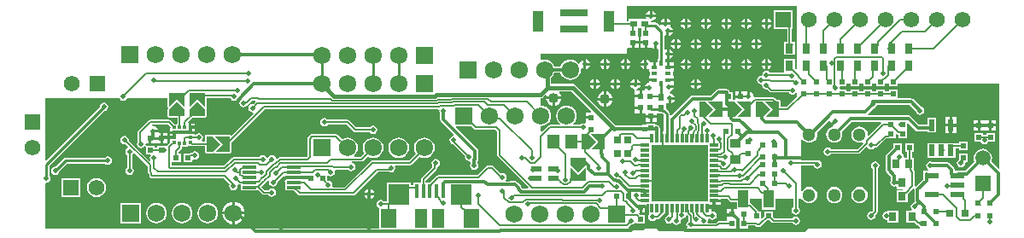
<source format=gtl>
G04*
G04 #@! TF.GenerationSoftware,Altium Limited,Altium Designer,19.1.5 (86)*
G04*
G04 Layer_Physical_Order=1*
G04 Layer_Color=255*
%FSLAX25Y25*%
%MOIN*%
G70*
G01*
G75*
%ADD13C,0.01000*%
%ADD16C,0.00600*%
%ADD18R,0.11024X0.03150*%
%ADD19R,0.03937X0.07874*%
%ADD20R,0.02165X0.02165*%
%ADD21R,0.03150X0.03937*%
%ADD22R,0.02953X0.02362*%
%ADD23R,0.02441X0.02362*%
%ADD24R,0.01575X0.02362*%
%ADD25R,0.02362X0.01575*%
%ADD26R,0.01575X0.05315*%
%ADD27R,0.08268X0.07874*%
%ADD28R,0.06299X0.07480*%
%ADD29R,0.04724X0.07480*%
%ADD30R,0.04528X0.05709*%
%ADD31R,0.04134X0.02362*%
%ADD32O,0.04000X0.02000*%
%ADD33O,0.02000X0.04000*%
%ADD34R,0.02756X0.02953*%
%ADD35R,0.02362X0.02441*%
%ADD36R,0.03347X0.01181*%
%ADD37R,0.01181X0.03347*%
%ADD38R,0.22441X0.22441*%
%ADD39R,0.02362X0.02953*%
%ADD40R,0.02165X0.02165*%
%ADD41R,0.03937X0.03543*%
%ADD42R,0.03937X0.07087*%
%ADD43R,0.03150X0.03150*%
%ADD44R,0.05512X0.02362*%
%ADD45R,0.02362X0.04528*%
%ADD46R,0.03150X0.03543*%
%ADD47R,0.02756X0.03543*%
%ADD48R,0.05512X0.01181*%
%ADD49R,0.01181X0.01378*%
%ADD50R,0.01378X0.01181*%
%ADD92C,0.01200*%
%ADD93C,0.01600*%
%ADD94C,0.01400*%
%ADD95C,0.06201*%
%ADD96R,0.06201X0.06201*%
%ADD97R,0.06791X0.06791*%
%ADD98C,0.06791*%
%ADD99C,0.05906*%
%ADD100R,0.05906X0.05906*%
%ADD101C,0.05118*%
%ADD102R,0.06201X0.06201*%
%ADD103C,0.02000*%
%ADD104C,0.04000*%
G36*
X413386Y171547D02*
X412886Y171302D01*
X412675Y171465D01*
Y175222D01*
X408325D01*
Y170085D01*
X407895Y169918D01*
X402811D01*
X402654Y170153D01*
X402124Y170507D01*
X401500Y170631D01*
X400876Y170507D01*
X400347Y170153D01*
X399993Y169624D01*
X399882Y169065D01*
X399788Y168897D01*
X399603Y168712D01*
X399435Y168618D01*
X398876Y168507D01*
X398346Y168154D01*
X397993Y167624D01*
X397869Y167000D01*
X397993Y166376D01*
X398346Y165847D01*
X398876Y165493D01*
X399435Y165382D01*
X399603Y165288D01*
X399872Y165019D01*
X399869Y165000D01*
X399993Y164376D01*
X400347Y163847D01*
X400876Y163493D01*
X401500Y163369D01*
X401778Y163424D01*
X402851Y162351D01*
X403149Y162152D01*
X403500Y162082D01*
X410271D01*
X410429Y161846D01*
X410842Y161570D01*
X410933Y161433D01*
X411231Y161235D01*
X411582Y161165D01*
X411934Y161235D01*
X412231Y161433D01*
X412323Y161570D01*
X412736Y161846D01*
X412886Y162071D01*
X413386Y161919D01*
Y160384D01*
X409420Y156418D01*
X407149D01*
Y158500D01*
X406959Y158959D01*
X406500Y159149D01*
X405547D01*
X404647Y160049D01*
X404350Y160248D01*
X403999Y160318D01*
X397127D01*
X397008Y160294D01*
X396871Y160354D01*
X396569Y160568D01*
X396506Y160665D01*
X396384Y161280D01*
X395942Y161942D01*
X395280Y162384D01*
X395000Y162440D01*
Y160500D01*
X394000D01*
Y162440D01*
X393883Y162416D01*
X393383Y162583D01*
Y162583D01*
X391800D01*
Y160500D01*
X391300D01*
Y160000D01*
X389217D01*
Y159295D01*
X389000Y159149D01*
X388383D01*
Y162183D01*
X387224D01*
Y162250D01*
X387130Y162718D01*
X386865Y163115D01*
X386468Y163380D01*
X386000Y163473D01*
X382750D01*
X382282Y163380D01*
X381885Y163115D01*
X379693Y160924D01*
X372589D01*
X372120Y160830D01*
X371724Y160565D01*
X364245Y153086D01*
X363783Y153278D01*
Y153839D01*
X363783Y153839D01*
X363698Y154268D01*
X363455Y154632D01*
X363454Y154632D01*
X362281Y155805D01*
Y157777D01*
X362781Y158044D01*
X362940Y157938D01*
X363220Y157882D01*
Y159822D01*
X363720D01*
Y160322D01*
X365660D01*
X365604Y160602D01*
X365162Y161264D01*
X364501Y161706D01*
X363720Y161861D01*
X363687Y162339D01*
X364091Y162419D01*
X364753Y162861D01*
X365195Y163523D01*
X365251Y163803D01*
X363311D01*
Y164803D01*
X365310D01*
X365378Y165154D01*
X365378D01*
X365378Y165154D01*
Y166441D01*
X363197D01*
Y167441D01*
X365378D01*
Y168728D01*
X364978D01*
Y170272D01*
X365378D01*
Y171559D01*
X363197D01*
Y172059D01*
X362697D01*
Y173846D01*
X361887D01*
Y175022D01*
X362139Y175221D01*
X362337Y175341D01*
X362580Y175292D01*
Y177232D01*
Y179172D01*
X362300Y179116D01*
X362122Y178997D01*
X361621Y179264D01*
Y184240D01*
X362063Y184476D01*
X362254Y184348D01*
X362534Y184292D01*
Y186232D01*
X363034D01*
Y186732D01*
X364974D01*
X364918Y187012D01*
X364476Y187674D01*
X363967Y188014D01*
X364089Y188196D01*
X364145Y188477D01*
X360132D01*
X359792Y188294D01*
X358974Y189112D01*
X358610Y189355D01*
X358181Y189441D01*
X358181Y189441D01*
X356391D01*
X356318Y189941D01*
X356422Y190026D01*
X357202Y190181D01*
X357864Y190623D01*
X358306Y191285D01*
X358362Y191565D01*
X354482D01*
X354538Y191285D01*
X354580Y191222D01*
X354344Y190781D01*
X352411D01*
X352089Y190781D01*
X351589Y190781D01*
X347758D01*
Y189918D01*
X347149D01*
Y196000D01*
X413386D01*
Y171547D01*
D02*
G37*
G36*
X352232Y187219D02*
X352679Y187092D01*
Y183870D01*
X352279D01*
Y182189D01*
X354500D01*
Y181689D01*
X355000D01*
Y179508D01*
X356720D01*
X356720Y179508D01*
Y179508D01*
X356720Y179508D01*
X357185Y179421D01*
X357488Y179218D01*
X357768Y179163D01*
Y181103D01*
X358768D01*
Y179163D01*
X358878Y179185D01*
X359379Y178884D01*
Y175218D01*
X359113D01*
Y173846D01*
X358303D01*
Y172059D01*
X357303D01*
Y173846D01*
X356247D01*
X356215Y174009D01*
X355773Y174670D01*
X355111Y175112D01*
X354831Y175168D01*
Y173228D01*
Y171289D01*
X355111Y171344D01*
X355181Y171391D01*
X355622Y171155D01*
Y170272D01*
X356022D01*
Y168728D01*
X355622D01*
Y167441D01*
X357803D01*
Y166441D01*
X355622D01*
Y165918D01*
X355072Y165809D01*
X354411Y165367D01*
X353969Y164705D01*
X353913Y164425D01*
X355853D01*
Y163425D01*
X353913D01*
X353921Y163386D01*
X353586Y162886D01*
X352878D01*
Y160665D01*
X352378D01*
Y160165D01*
X350197D01*
Y158886D01*
X350197Y158445D01*
X350197Y157945D01*
Y156665D01*
X352378D01*
Y156165D01*
X352878D01*
Y153945D01*
X354417D01*
Y153300D01*
X356500D01*
X358583D01*
Y153480D01*
X358719Y153924D01*
X360990D01*
X361540Y153374D01*
Y146866D01*
X361193D01*
Y144193D01*
X360193D01*
Y146866D01*
X359948D01*
Y148200D01*
X359855Y148668D01*
X359590Y149065D01*
X359193Y149330D01*
X358997Y149369D01*
X358793Y149506D01*
X358324Y149599D01*
X358183Y149715D01*
Y149883D01*
X354817D01*
Y149688D01*
X354500Y149427D01*
X353300D01*
X352754Y149319D01*
X352611Y149223D01*
X342795D01*
X327009Y165009D01*
X326546Y165319D01*
X326000Y165427D01*
X326000Y165427D01*
X317427D01*
Y167826D01*
X317850Y168150D01*
X318490Y168985D01*
X318818Y169776D01*
X321182D01*
X321510Y168985D01*
X322150Y168150D01*
X322985Y167510D01*
X323957Y167107D01*
X325000Y166970D01*
X326043Y167107D01*
X327015Y167510D01*
X327850Y168150D01*
X328490Y168985D01*
X328893Y169957D01*
X329030Y171000D01*
X328979Y171385D01*
X329447Y171666D01*
X329928Y171344D01*
X330209Y171289D01*
Y173228D01*
Y175168D01*
X329928Y175112D01*
X329267Y174670D01*
X328825Y174009D01*
X328729Y173526D01*
X328194Y173401D01*
X327850Y173850D01*
X327015Y174490D01*
X326043Y174893D01*
X325000Y175030D01*
X323957Y174893D01*
X322985Y174490D01*
X322150Y173850D01*
X321510Y173015D01*
X321182Y172223D01*
X318818D01*
X318490Y173015D01*
X317850Y173850D01*
X317015Y174490D01*
X316043Y174893D01*
X315000Y175030D01*
X314000Y174899D01*
X313848Y174921D01*
X313500Y175154D01*
Y177177D01*
X346500D01*
X346959Y177368D01*
X347149Y177827D01*
Y179062D01*
X347280Y179508D01*
X349000D01*
Y181689D01*
X349500D01*
Y182189D01*
X351720D01*
Y183870D01*
X351321D01*
Y187092D01*
X351768Y187219D01*
X352232D01*
D02*
G37*
G36*
X492500Y132528D02*
X492038Y132336D01*
X489268Y135106D01*
X489461Y135573D01*
X489583Y136500D01*
X489461Y137427D01*
X489103Y138292D01*
X488534Y139034D01*
X487792Y139603D01*
X486928Y139961D01*
X486000Y140083D01*
X485073Y139961D01*
X484208Y139603D01*
X483466Y139034D01*
X482897Y138292D01*
X482539Y137427D01*
X482417Y136500D01*
X482539Y135573D01*
X482732Y135106D01*
X479147Y131521D01*
X475193D01*
Y131794D01*
X475092Y132301D01*
X474805Y132731D01*
X473099Y134437D01*
X472669Y134725D01*
X472161Y134826D01*
X466396D01*
X466124Y135007D01*
X465500Y135131D01*
X464876Y135007D01*
X464347Y134653D01*
X463993Y134124D01*
X463869Y133500D01*
X463993Y132876D01*
X464347Y132346D01*
X464443Y132282D01*
X464570Y131603D01*
X464513Y131521D01*
X464191D01*
X464072Y131545D01*
X463954Y131521D01*
X462723D01*
Y128115D01*
X459882Y125274D01*
X459454Y125482D01*
X459418Y125516D01*
Y131000D01*
X459348Y131351D01*
X459271Y131466D01*
X459037Y131869D01*
Y136612D01*
X458218D01*
Y138817D01*
X458983D01*
Y142183D01*
X455617D01*
Y138817D01*
X456382D01*
Y136612D01*
X455564D01*
X455131Y137000D01*
X455112Y137099D01*
X455007Y137624D01*
X454654Y138154D01*
X454399Y138324D01*
X454383Y138817D01*
X454383Y138817D01*
Y142183D01*
X451017D01*
Y140692D01*
X448563Y138237D01*
X448275Y137807D01*
X448174Y137300D01*
Y137261D01*
X448038Y137058D01*
X447938Y136550D01*
Y131930D01*
X448038Y131423D01*
X448326Y130993D01*
X450175Y129144D01*
Y127896D01*
X449993Y127624D01*
X449869Y127000D01*
X449993Y126376D01*
X450347Y125847D01*
X450876Y125493D01*
X451500Y125369D01*
X452022Y125472D01*
X452372Y125284D01*
X452522Y125157D01*
Y124388D01*
X454854D01*
X455121Y123888D01*
X455110Y123872D01*
X452325D01*
Y119128D01*
X456675D01*
Y122377D01*
X458843Y124545D01*
X459304Y124299D01*
X459276Y124161D01*
Y120000D01*
X459370Y119532D01*
X459090Y119050D01*
X458876Y119007D01*
X458347Y118654D01*
X457993Y118124D01*
X457869Y117500D01*
X457993Y116876D01*
X458245Y116498D01*
X458037Y115998D01*
X456065D01*
Y111254D01*
X459314D01*
X460041Y110528D01*
X460338Y110329D01*
X460553Y110286D01*
X460847Y109846D01*
X461219Y109598D01*
X461212Y109054D01*
X461149Y109000D01*
X394851D01*
X394483Y109317D01*
Y110082D01*
X397120D01*
X397351Y109851D01*
X397649Y109652D01*
X398000Y109582D01*
X398800D01*
X399151Y109652D01*
X399449Y109851D01*
X401915Y112317D01*
X402685D01*
X403651Y111351D01*
X403949Y111152D01*
X404300Y111082D01*
X411689D01*
X411846Y110846D01*
X412376Y110493D01*
X413000Y110369D01*
X413624Y110493D01*
X414153Y110846D01*
X414507Y111376D01*
X414631Y112000D01*
X414507Y112624D01*
X414153Y113154D01*
X413624Y113507D01*
X413000Y113631D01*
X412376Y113507D01*
X411846Y113154D01*
X411689Y112918D01*
X404680D01*
X403983Y113615D01*
Y115683D01*
X400617D01*
Y113615D01*
X399845Y112842D01*
X399383Y113034D01*
Y115683D01*
X398276D01*
X398217Y115982D01*
X398018Y116280D01*
X395666Y118632D01*
X395368Y118831D01*
X395069Y118890D01*
Y120500D01*
X399774D01*
Y116357D01*
X404911D01*
Y120500D01*
X412082D01*
Y117311D01*
X411846Y117154D01*
X411493Y116624D01*
X411369Y116000D01*
X411493Y115376D01*
X411846Y114847D01*
X412376Y114493D01*
X413000Y114369D01*
X413624Y114493D01*
X414153Y114847D01*
X414507Y115376D01*
X414631Y116000D01*
X414507Y116624D01*
X414153Y117154D01*
X413918Y117311D01*
Y120500D01*
X415000D01*
Y120500D01*
X415439Y120353D01*
X415904Y119747D01*
X416564Y119241D01*
X417333Y118922D01*
X418157Y118814D01*
X418982Y118922D01*
X419751Y119241D01*
X420410Y119747D01*
X420917Y120407D01*
X421235Y121175D01*
X421344Y122000D01*
X421235Y122825D01*
X420917Y123593D01*
X420410Y124253D01*
X419751Y124759D01*
X418982Y125078D01*
X418157Y125186D01*
X417333Y125078D01*
X416564Y124759D01*
X415904Y124253D01*
X415500Y123726D01*
X415000Y123893D01*
Y133582D01*
X419952D01*
X419993Y133376D01*
X420346Y132846D01*
X420876Y132493D01*
X421500Y132369D01*
X422124Y132493D01*
X422653Y132846D01*
X423007Y133376D01*
X423131Y134000D01*
X423007Y134624D01*
X422653Y135153D01*
X422124Y135507D01*
X421500Y135631D01*
X420876Y135507D01*
X420742Y135418D01*
X415000D01*
Y143729D01*
X415500Y143896D01*
X415904Y143369D01*
X416564Y142863D01*
X417333Y142544D01*
X418157Y142436D01*
X418982Y142544D01*
X419751Y142863D01*
X420410Y143369D01*
X420917Y144029D01*
X421235Y144797D01*
X421344Y145622D01*
X421245Y146371D01*
X426018Y151144D01*
X426481Y150899D01*
X426616Y150220D01*
X427058Y149558D01*
X427520Y149249D01*
X427399Y148729D01*
X427175Y148700D01*
X426407Y148381D01*
X425747Y147875D01*
X425241Y147215D01*
X424922Y146447D01*
X424814Y145622D01*
X424922Y144797D01*
X425241Y144029D01*
X425747Y143369D01*
X426407Y142863D01*
X427175Y142544D01*
X428000Y142436D01*
X428825Y142544D01*
X429593Y142863D01*
X430253Y143369D01*
X430759Y144029D01*
X431078Y144797D01*
X431186Y145622D01*
X431078Y146447D01*
X430967Y146714D01*
X434810Y150557D01*
X446068D01*
X446167Y150415D01*
X446259Y150057D01*
X441489Y145287D01*
X441015Y145520D01*
X441029Y145622D01*
X440920Y146447D01*
X440602Y147215D01*
X440096Y147875D01*
X439436Y148381D01*
X438667Y148700D01*
X437843Y148808D01*
X437018Y148700D01*
X436249Y148381D01*
X435590Y147875D01*
X435083Y147215D01*
X434765Y146447D01*
X434656Y145622D01*
X434765Y144797D01*
X435083Y144029D01*
X435590Y143369D01*
X436249Y142863D01*
X437018Y142544D01*
X437843Y142436D01*
X438667Y142544D01*
X439049Y142702D01*
X439332Y142279D01*
X436971Y139918D01*
X426811D01*
X426653Y140154D01*
X426124Y140507D01*
X425500Y140631D01*
X424876Y140507D01*
X424346Y140154D01*
X423993Y139624D01*
X423869Y139000D01*
X423993Y138376D01*
X424346Y137847D01*
X424876Y137493D01*
X425500Y137369D01*
X426124Y137493D01*
X426653Y137847D01*
X426811Y138082D01*
X437352D01*
X437703Y138152D01*
X438000Y138351D01*
X440522Y140873D01*
X441089Y140732D01*
X441347Y140347D01*
X441876Y139993D01*
X442500Y139869D01*
X443124Y139993D01*
X443653Y140347D01*
X443811Y140582D01*
X444379D01*
X444730Y140652D01*
X445027Y140851D01*
X448259Y144082D01*
X449200D01*
X449551Y144152D01*
X449798Y144317D01*
X451883D01*
Y145866D01*
X452345Y146058D01*
X452520Y145882D01*
X452818Y145683D01*
X453117Y145624D01*
Y144317D01*
X456483D01*
Y147317D01*
X456483Y147683D01*
X456483D01*
Y147817D01*
X456483D01*
Y149793D01*
X456945Y149985D01*
X459667Y147263D01*
X460097Y146975D01*
X460604Y146874D01*
X464239D01*
Y146479D01*
X467801D01*
Y152206D01*
X464239D01*
Y149525D01*
X461153D01*
X457858Y152820D01*
X457428Y153107D01*
X456921Y153208D01*
X441288D01*
X441083Y153708D01*
X443303Y155929D01*
X443624Y155993D01*
X444153Y156346D01*
X444507Y156876D01*
X444567Y157175D01*
X457451D01*
X459929Y154697D01*
X459993Y154376D01*
X460347Y153847D01*
X460876Y153493D01*
X461500Y153369D01*
X462124Y153493D01*
X462653Y153847D01*
X463007Y154376D01*
X463131Y155000D01*
X463007Y155624D01*
X462653Y156154D01*
X462124Y156507D01*
X461803Y156571D01*
X458937Y159437D01*
X458507Y159725D01*
X458000Y159826D01*
X453103D01*
X452683Y160017D01*
Y163383D01*
X449317D01*
Y162618D01*
X447683D01*
Y163383D01*
X444317D01*
Y162618D01*
X442683D01*
Y163383D01*
X439317D01*
Y162618D01*
X437683D01*
Y163383D01*
X434317D01*
Y162618D01*
X432683D01*
Y163383D01*
X430403D01*
X430085Y163769D01*
X430131Y164000D01*
X430085Y164231D01*
X430403Y164617D01*
X432683D01*
Y165500D01*
X434317D01*
Y164617D01*
X437683D01*
Y165500D01*
X439317D01*
Y164617D01*
X442683D01*
Y165500D01*
X444317D01*
Y164617D01*
X447683D01*
Y165500D01*
X449317D01*
Y164617D01*
X452683D01*
Y165500D01*
X492500D01*
Y132528D01*
D02*
G37*
G36*
X333137Y154845D02*
X332945Y154383D01*
X330917D01*
Y152800D01*
X333000D01*
Y151800D01*
X330917D01*
Y150413D01*
X330840Y150306D01*
X330494Y150033D01*
X330000Y150131D01*
X329376Y150007D01*
X328847Y149653D01*
X328689Y149418D01*
X326216D01*
X326047Y149918D01*
X326350Y150150D01*
X326990Y150985D01*
X327393Y151957D01*
X327530Y153000D01*
X327393Y154043D01*
X326990Y155015D01*
X326350Y155850D01*
X325515Y156490D01*
X324543Y156893D01*
X323500Y157030D01*
X322457Y156893D01*
X321485Y156490D01*
X320650Y155850D01*
X320010Y155015D01*
X319607Y154043D01*
X319470Y153000D01*
X319607Y151957D01*
X320010Y150985D01*
X320650Y150150D01*
X320953Y149918D01*
X320784Y149418D01*
X317000D01*
X316649Y149348D01*
X316351Y149149D01*
X313962Y146760D01*
X313500Y146951D01*
Y148970D01*
X314543Y149107D01*
X315515Y149510D01*
X316350Y150150D01*
X316990Y150985D01*
X317393Y151957D01*
X317530Y153000D01*
X317393Y154043D01*
X316990Y155015D01*
X316350Y155850D01*
X315515Y156490D01*
X314543Y156893D01*
X313500Y157030D01*
Y159989D01*
X313942Y160077D01*
X314405Y160386D01*
X315202Y161183D01*
X315626Y160900D01*
X315577Y160783D01*
X315540Y160500D01*
X321460D01*
X321423Y160783D01*
X321121Y161513D01*
X320691Y162073D01*
X320814Y162573D01*
X325409D01*
X333137Y154845D01*
D02*
G37*
G36*
X196790Y160000D02*
X196876Y159507D01*
X196346Y159153D01*
X195993Y158624D01*
X195869Y158000D01*
X195993Y157376D01*
X196346Y156846D01*
X196876Y156493D01*
X197500Y156369D01*
X198124Y156493D01*
X198653Y156846D01*
X199007Y157376D01*
X199008Y157378D01*
X199095Y157396D01*
X199392Y157595D01*
X200680Y158882D01*
X201898D01*
X202028Y158666D01*
X202085Y158382D01*
X201278Y157576D01*
X201000Y157631D01*
X200376Y157507D01*
X199846Y157153D01*
X199493Y156624D01*
X199369Y156000D01*
X199493Y155376D01*
X199846Y154847D01*
X200376Y154493D01*
X201000Y154369D01*
X201142Y154397D01*
X201388Y153936D01*
X192836Y145384D01*
X192459Y145459D01*
X192000Y145649D01*
X186500D01*
X186041Y145459D01*
X185973Y145446D01*
X185959Y145459D01*
X185500Y145649D01*
X183000D01*
X182541Y145459D01*
X182351Y145000D01*
Y142918D01*
X181372D01*
X181238Y143172D01*
X181175Y143418D01*
X181491Y143892D01*
X181616Y144516D01*
X181491Y145140D01*
X181138Y145669D01*
X180608Y146023D01*
X179984Y146147D01*
X179360Y146023D01*
X178831Y145669D01*
X178339Y145833D01*
Y145984D01*
X176650D01*
Y146984D01*
X178339D01*
Y147953D01*
X176650D01*
Y148453D01*
X176150D01*
Y150043D01*
X176048D01*
X175841Y150543D01*
X177648Y152351D01*
X182500D01*
X182959Y152541D01*
X183149Y153000D01*
Y155500D01*
X183122Y155567D01*
X182959Y156041D01*
X183149Y156500D01*
Y159832D01*
X192222D01*
X192546Y159346D01*
X193076Y158993D01*
X193700Y158869D01*
X194324Y158993D01*
X194853Y159346D01*
X195207Y159876D01*
X195232Y160000D01*
X196790D01*
D02*
G37*
G36*
X182500Y156500D02*
X179500Y159500D01*
X176500Y156500D01*
Y162000D01*
X182500D01*
Y156500D01*
D02*
G37*
G36*
X174500D02*
X171500Y159500D01*
X168500Y156500D01*
Y162000D01*
X174500D01*
Y156500D01*
D02*
G37*
G36*
X148968Y160000D02*
X148993Y159876D01*
X149346Y159346D01*
X149876Y158993D01*
X150500Y158869D01*
X151124Y158993D01*
X151654Y159346D01*
X152007Y159876D01*
X152032Y160000D01*
X167851Y160000D01*
Y156500D01*
X168041Y156041D01*
X167878Y155567D01*
X167851Y155500D01*
Y153000D01*
X168041Y152541D01*
X168500Y152351D01*
X171598D01*
Y149939D01*
X171325D01*
Y149643D01*
X170458D01*
X168952Y151149D01*
X168654Y151348D01*
X168303Y151418D01*
X161000D01*
X160649Y151348D01*
X160351Y151149D01*
X156351Y147149D01*
X156152Y146851D01*
X156082Y146500D01*
Y142758D01*
X155993Y142624D01*
X155869Y142000D01*
X155993Y141376D01*
X156346Y140847D01*
X156876Y140493D01*
X157500Y140369D01*
X158124Y140493D01*
X158653Y140847D01*
X158817Y141092D01*
X159317Y140940D01*
Y138017D01*
X161034D01*
X161081Y137963D01*
X161255Y137517D01*
X160993Y137124D01*
X160869Y136500D01*
X160993Y135876D01*
X161238Y135508D01*
X161231Y135461D01*
X160696Y135289D01*
X152607Y143378D01*
X152631Y143500D01*
X152507Y144124D01*
X152154Y144653D01*
X151624Y145007D01*
X151000Y145131D01*
X150376Y145007D01*
X149846Y144653D01*
X149493Y144124D01*
X149369Y143500D01*
X149493Y142876D01*
X149846Y142347D01*
X150376Y141993D01*
X151000Y141869D01*
X151434Y141955D01*
X152405Y140984D01*
X152255Y140427D01*
X151847Y140154D01*
X151493Y139624D01*
X151369Y139000D01*
X151493Y138376D01*
X151847Y137847D01*
X152082Y137689D01*
Y132811D01*
X151847Y132653D01*
X151493Y132124D01*
X151369Y131500D01*
X151493Y130876D01*
X151847Y130347D01*
X152376Y129993D01*
X153000Y129869D01*
X153624Y129993D01*
X154154Y130347D01*
X154507Y130876D01*
X154631Y131500D01*
X154507Y132124D01*
X154154Y132653D01*
X153918Y132811D01*
Y137689D01*
X154154Y137847D01*
X154427Y138255D01*
X154984Y138405D01*
X159982Y133407D01*
Y131130D01*
X160052Y130779D01*
X160251Y130481D01*
X160582Y130150D01*
Y129851D01*
X160652Y129500D01*
X160851Y129203D01*
X161203Y128851D01*
X161500Y128652D01*
X161852Y128582D01*
X189620D01*
X192027Y126175D01*
X191993Y126124D01*
X191869Y125500D01*
X191993Y124876D01*
X192347Y124346D01*
X192876Y123993D01*
X193500Y123869D01*
X194124Y123993D01*
X194653Y124346D01*
X195007Y124876D01*
X195131Y125500D01*
X195037Y125974D01*
X195447Y126298D01*
X195617Y126184D01*
X195968Y126114D01*
X196483D01*
Y123872D01*
X203194D01*
X203194Y123872D01*
Y123872D01*
X203545Y123560D01*
X204754Y122351D01*
X205051Y122152D01*
X205403Y122082D01*
X207189D01*
X207347Y121846D01*
X207876Y121493D01*
X208500Y121369D01*
X209124Y121493D01*
X209653Y121846D01*
X210007Y122376D01*
X210131Y123000D01*
X210007Y123624D01*
X209653Y124153D01*
X209124Y124507D01*
X208500Y124631D01*
X207876Y124507D01*
X207347Y124153D01*
X207189Y123918D01*
X205783D01*
X204359Y125341D01*
X205683Y126665D01*
X205764Y126681D01*
X206061Y126880D01*
X207032Y127850D01*
X207466Y127630D01*
X207488Y127599D01*
X207369Y127000D01*
X207493Y126376D01*
X207846Y125847D01*
X208376Y125493D01*
X209000Y125369D01*
X209624Y125493D01*
X210154Y125847D01*
X210507Y126376D01*
X210631Y127000D01*
X210607Y127122D01*
X212944Y129459D01*
X213405Y129268D01*
Y127409D01*
X213806D01*
Y123872D01*
X217054D01*
X218675Y122251D01*
X218973Y122052D01*
X219324Y121982D01*
X240400D01*
X240751Y122052D01*
X241049Y122251D01*
X249880Y131082D01*
X254242D01*
X254376Y130993D01*
X255000Y130869D01*
X255624Y130993D01*
X256153Y131346D01*
X256507Y131876D01*
X256631Y132500D01*
X256507Y133124D01*
X256468Y133182D01*
X256736Y133682D01*
X262350D01*
X262701Y133752D01*
X262999Y133951D01*
X266036Y136988D01*
X266957Y136607D01*
X268000Y136470D01*
X269043Y136607D01*
X270015Y137010D01*
X270850Y137650D01*
X271490Y138485D01*
X271893Y139457D01*
X272030Y140500D01*
X271893Y141543D01*
X271490Y142515D01*
X270850Y143350D01*
X270015Y143990D01*
X269043Y144393D01*
X268000Y144530D01*
X266957Y144393D01*
X265985Y143990D01*
X265150Y143350D01*
X264510Y142515D01*
X264107Y141543D01*
X263970Y140500D01*
X264107Y139457D01*
X264510Y138485D01*
X264695Y138243D01*
X261970Y135518D01*
X247600D01*
X247249Y135448D01*
X246951Y135249D01*
X236720Y125018D01*
X232324D01*
X232035Y125518D01*
X232131Y126000D01*
X232007Y126624D01*
X231653Y127154D01*
X231124Y127507D01*
X230500Y127631D01*
X230398Y127611D01*
X229983Y127972D01*
Y129534D01*
X230037Y129581D01*
X230483Y129755D01*
X230876Y129493D01*
X231500Y129369D01*
X232124Y129493D01*
X232653Y129847D01*
X233007Y130376D01*
X233131Y131000D01*
X233028Y131519D01*
X233299Y132019D01*
X238231D01*
X238347Y131846D01*
X238876Y131493D01*
X239500Y131369D01*
X240124Y131493D01*
X240653Y131846D01*
X241007Y132376D01*
X241131Y133000D01*
X241007Y133624D01*
X240653Y134153D01*
X240124Y134507D01*
X239724Y134587D01*
X239774Y135087D01*
X243504D01*
X243856Y135157D01*
X244153Y135355D01*
X245884Y137087D01*
X245985Y137010D01*
X246957Y136607D01*
X248000Y136470D01*
X249043Y136607D01*
X250015Y137010D01*
X250850Y137650D01*
X251490Y138485D01*
X251893Y139457D01*
X252030Y140500D01*
X251893Y141543D01*
X251490Y142515D01*
X250850Y143350D01*
X250015Y143990D01*
X249043Y144393D01*
X248000Y144530D01*
X246957Y144393D01*
X245985Y143990D01*
X245150Y143350D01*
X244510Y142515D01*
X244107Y141543D01*
X243970Y140500D01*
X244107Y139457D01*
X244510Y138485D01*
X244587Y138384D01*
X243124Y136922D01*
X240722D01*
X240552Y137422D01*
X240850Y137650D01*
X241490Y138485D01*
X241893Y139457D01*
X242030Y140500D01*
X241893Y141543D01*
X241490Y142515D01*
X240850Y143350D01*
X240015Y143990D01*
X239043Y144393D01*
X238000Y144530D01*
X236957Y144393D01*
X235985Y143990D01*
X235884Y143913D01*
X234153Y145644D01*
X233856Y145844D01*
X233504Y145913D01*
X224149D01*
X223797Y145844D01*
X223500Y145644D01*
X222577Y144722D01*
X222378Y144424D01*
X222308Y144073D01*
Y137331D01*
X221923Y136945D01*
X211679D01*
X211328Y136875D01*
X211030Y136676D01*
X210594Y136240D01*
X210051Y136404D01*
X210007Y136624D01*
X209653Y137153D01*
X209124Y137507D01*
X208500Y137631D01*
X207876Y137507D01*
X207347Y137153D01*
X207011Y136652D01*
X206798Y136624D01*
X206702D01*
X206489Y136652D01*
X206153Y137153D01*
X205624Y137507D01*
X205000Y137631D01*
X204376Y137507D01*
X203847Y137153D01*
X203707Y136945D01*
X193643D01*
X193292Y136875D01*
X192995Y136676D01*
X189736Y133418D01*
X169418D01*
Y134359D01*
X169517Y134817D01*
X172883D01*
Y138183D01*
X172118D01*
Y138820D01*
X173165Y139867D01*
X173364Y140165D01*
X173433Y140516D01*
Y141061D01*
X175675D01*
Y141357D01*
X176641D01*
X176646Y141351D01*
X176944Y141152D01*
X177295Y141082D01*
X182351D01*
Y139000D01*
X182541Y138541D01*
X183000Y138351D01*
X185500D01*
X185959Y138541D01*
X185973Y138554D01*
X186041Y138541D01*
X186500Y138351D01*
X192000D01*
X192459Y138541D01*
X192649Y139000D01*
Y142602D01*
X205734Y155687D01*
X273495D01*
X273835Y155375D01*
X273913Y155225D01*
X273869Y155000D01*
X273993Y154376D01*
X274174Y154104D01*
Y151500D01*
X274275Y150993D01*
X274563Y150563D01*
X279529Y145597D01*
X279322Y145096D01*
X278876Y145007D01*
X278346Y144653D01*
X277993Y144124D01*
X277869Y143500D01*
X277993Y142876D01*
X278346Y142347D01*
X278876Y141993D01*
X279292Y141910D01*
X283924Y137278D01*
X283869Y137000D01*
X283993Y136376D01*
X284347Y135846D01*
X284876Y135493D01*
X285500Y135369D01*
X285675Y135403D01*
X286175Y134993D01*
Y134396D01*
X285993Y134124D01*
X285869Y133500D01*
X285993Y132876D01*
X286347Y132346D01*
X286876Y131993D01*
X287500Y131869D01*
X288124Y131993D01*
X288653Y132346D01*
X289007Y132876D01*
X289131Y133500D01*
X289007Y134124D01*
X288825Y134396D01*
Y135242D01*
X289025Y135540D01*
X289125Y136047D01*
Y139200D01*
X289025Y139707D01*
X288737Y140137D01*
X280332Y148542D01*
X280523Y149004D01*
X286198D01*
X287351Y147851D01*
X287649Y147652D01*
X288000Y147582D01*
X295807D01*
X296482Y146907D01*
Y137600D01*
X296552Y137249D01*
X296751Y136951D01*
X308617Y125085D01*
X308425Y124624D01*
X306228D01*
X305919Y124932D01*
X305830Y125380D01*
X305565Y125776D01*
X304276Y127065D01*
X303879Y127330D01*
X303411Y127424D01*
X301589D01*
X301120Y127330D01*
X301080Y127303D01*
X299740D01*
X299589Y127803D01*
X299654Y127847D01*
X300007Y128376D01*
X300131Y129000D01*
X300007Y129624D01*
X299654Y130154D01*
X299124Y130507D01*
X298500Y130631D01*
X297876Y130507D01*
X297825Y130473D01*
X294942Y133356D01*
X294644Y133555D01*
X294293Y133625D01*
X292773D01*
X292422Y133555D01*
X292124Y133356D01*
X288575Y129807D01*
X273352D01*
X273001Y129737D01*
X272704Y129538D01*
X270025Y126859D01*
X269978Y126789D01*
X268512D01*
Y127714D01*
X272649Y131851D01*
X272848Y132149D01*
X272918Y132500D01*
Y132952D01*
X273124Y132993D01*
X273654Y133346D01*
X274007Y133876D01*
X274131Y134500D01*
X274007Y135124D01*
X273654Y135653D01*
X273124Y136007D01*
X272500Y136131D01*
X271876Y136007D01*
X271346Y135653D01*
X270993Y135124D01*
X270869Y134500D01*
X270993Y133876D01*
X271101Y133714D01*
X271082Y133621D01*
Y132880D01*
X266946Y128743D01*
X266747Y128446D01*
X266677Y128094D01*
Y126789D01*
X263648D01*
Y125882D01*
X262683D01*
Y126789D01*
X253215D01*
Y119430D01*
X253196Y119418D01*
X252311D01*
X252153Y119653D01*
X251624Y120007D01*
X251000Y120131D01*
X250376Y120007D01*
X249847Y119653D01*
X249493Y119124D01*
X249369Y118500D01*
X249493Y117876D01*
X249847Y117347D01*
X250262Y117069D01*
Y109000D01*
X120000D01*
Y126574D01*
X120387Y126891D01*
X120500Y126869D01*
X121124Y126993D01*
X121653Y127347D01*
X122007Y127876D01*
X122131Y128500D01*
X122007Y129124D01*
X121653Y129654D01*
X121622Y129675D01*
Y133535D01*
X142962Y154876D01*
X143000Y154869D01*
X143624Y154993D01*
X144153Y155347D01*
X144507Y155876D01*
X144631Y156500D01*
X144507Y157124D01*
X144153Y157653D01*
X143624Y158007D01*
X143000Y158131D01*
X142376Y158007D01*
X141847Y157653D01*
X141493Y157124D01*
X141369Y156500D01*
X141376Y156462D01*
X120462Y135548D01*
X120000Y135739D01*
Y160000D01*
X148968D01*
D02*
G37*
G36*
X182500Y155500D02*
Y153000D01*
X176500D01*
Y155500D01*
X179500Y158500D01*
X182500Y155500D01*
D02*
G37*
G36*
X174500D02*
Y153000D01*
X168500D01*
Y155500D01*
X171500Y158500D01*
X174500Y155500D01*
D02*
G37*
G36*
X406500Y152500D02*
X401000D01*
X404000Y155500D01*
X401000Y158500D01*
X406500D01*
Y152500D01*
D02*
G37*
G36*
X403000Y155500D02*
X400000Y152500D01*
X397500D01*
Y158500D01*
X400000D01*
X403000Y155500D01*
D02*
G37*
G36*
X395500Y152500D02*
X390000D01*
X393000Y155500D01*
X390000Y158500D01*
X395500D01*
Y152500D01*
D02*
G37*
G36*
X392000Y155500D02*
X389000Y152500D01*
X386500D01*
Y158500D01*
X389000D01*
X392000Y155500D01*
D02*
G37*
G36*
X384250Y152500D02*
X378750D01*
X381750Y155500D01*
X378750Y158500D01*
X384250D01*
Y152500D01*
D02*
G37*
G36*
X380750Y155500D02*
X377750Y152500D01*
X375250D01*
Y158500D01*
X377750D01*
X380750Y155500D01*
D02*
G37*
G36*
X168931Y148575D02*
X168746Y148075D01*
X168661D01*
Y146984D01*
X170350D01*
Y145984D01*
X168661D01*
Y145016D01*
X170350D01*
Y144016D01*
X168661D01*
Y142925D01*
X168661D01*
X168638Y142435D01*
X167851Y141649D01*
X167679Y141391D01*
X167365Y141370D01*
X167183Y141383D01*
Y141383D01*
X163817D01*
Y140618D01*
X162683D01*
Y141383D01*
X159518D01*
X159089Y141788D01*
X159131Y142000D01*
X159310Y142217D01*
X160500D01*
Y144300D01*
X161500D01*
Y142217D01*
X162917D01*
X163083Y142217D01*
Y142217D01*
X163417D01*
Y142217D01*
X165000D01*
Y144300D01*
Y146383D01*
X164311D01*
X164214Y146500D01*
X162000D01*
Y147500D01*
X163940D01*
X163884Y147780D01*
X163442Y148442D01*
X162780Y148884D01*
X162000Y149039D01*
X161877Y149015D01*
X161571Y149464D01*
X161647Y149582D01*
X167923D01*
X168931Y148575D01*
D02*
G37*
G36*
X338500Y140000D02*
X333000D01*
X336000Y143000D01*
X333000Y146000D01*
X338500D01*
Y140000D01*
D02*
G37*
G36*
X335000Y143000D02*
X332000Y140000D01*
X329500D01*
Y146000D01*
X332000D01*
X335000Y143000D01*
D02*
G37*
G36*
X192000Y139000D02*
X186500D01*
X189500Y142000D01*
X186500Y145000D01*
X192000D01*
Y139000D01*
D02*
G37*
G36*
X188500Y142000D02*
X185500Y139000D01*
X183000D01*
Y145000D01*
X185500D01*
X188500Y142000D01*
D02*
G37*
G36*
X331000Y134000D02*
X328000Y131000D01*
X325000Y134000D01*
Y136500D01*
X331000D01*
Y134000D01*
D02*
G37*
G36*
Y127500D02*
X325000D01*
Y133000D01*
X328000Y130000D01*
X331000Y133000D01*
Y127500D01*
D02*
G37*
G36*
X387143Y119638D02*
X387441Y119439D01*
X387792Y119369D01*
X389932D01*
Y116583D01*
X388700D01*
Y114500D01*
X388200D01*
Y114000D01*
X386117D01*
Y112417D01*
X386117D01*
X386117Y111918D01*
X383084D01*
X382733Y111848D01*
X382435Y111649D01*
X381804Y111018D01*
X378823D01*
X378535Y111518D01*
X378631Y112000D01*
X378562Y112350D01*
X378882Y112807D01*
X379346Y112847D01*
X379876Y112493D01*
X380500Y112369D01*
X381124Y112493D01*
X381653Y112847D01*
X382007Y113376D01*
X382131Y114000D01*
X382007Y114624D01*
X381653Y115154D01*
X381124Y115507D01*
X380500Y115631D01*
X380386Y115609D01*
X380000Y115926D01*
Y116528D01*
X378409D01*
Y117528D01*
X380000D01*
Y118193D01*
X380665D01*
Y119783D01*
X381165D01*
Y120283D01*
X383839D01*
Y120500D01*
X386281D01*
X387143Y119638D01*
D02*
G37*
G36*
X355566Y114754D02*
X355565Y114754D01*
X355565D01*
X355580Y114254D01*
X355493Y114124D01*
X355369Y113500D01*
X355493Y112876D01*
X355847Y112346D01*
X356376Y111993D01*
X357000Y111869D01*
X357624Y111993D01*
X358154Y112346D01*
X358311Y112582D01*
X359000D01*
X359351Y112652D01*
X359649Y112851D01*
X361152Y114354D01*
X362495D01*
X362647Y113854D01*
X362347Y113654D01*
X361993Y113124D01*
X361869Y112500D01*
X361993Y111876D01*
X362347Y111346D01*
X362876Y110993D01*
X363500Y110869D01*
X364124Y110993D01*
X364517Y111256D01*
X364743Y111313D01*
X365134Y111165D01*
X365347Y110846D01*
X365876Y110493D01*
X366500Y110369D01*
X367124Y110493D01*
X367653Y110846D01*
X368007Y111376D01*
X368131Y112000D01*
X368083Y112242D01*
X368500Y112669D01*
X369124Y112793D01*
X369654Y113146D01*
X370007Y113676D01*
X370058Y113932D01*
X370601Y114097D01*
X371082Y113615D01*
Y111811D01*
X370847Y111653D01*
X370585Y111261D01*
X370440Y111165D01*
X370241Y110867D01*
X370171Y110516D01*
X370241Y110165D01*
X370440Y109867D01*
X370456Y109851D01*
X370481Y109834D01*
X370498Y109809D01*
X370569Y109762D01*
X370744Y109500D01*
X370533Y109000D01*
X347791D01*
X347639Y109500D01*
X347722Y109555D01*
X348590Y110424D01*
X348869Y110369D01*
X349493Y110493D01*
X350022Y110846D01*
X350317Y111288D01*
X350732Y111238D01*
X350817Y111205D01*
Y111017D01*
X354183D01*
Y114383D01*
X352120D01*
X351784Y114746D01*
X351809Y114921D01*
X351956Y115217D01*
X352000D01*
Y117300D01*
X352500D01*
Y117800D01*
X354583D01*
Y118593D01*
X355566D01*
Y114754D01*
D02*
G37*
%LPC*%
G36*
X356922Y194005D02*
Y192565D01*
X358362D01*
X358306Y192845D01*
X357864Y193507D01*
X357202Y193949D01*
X356922Y194005D01*
D02*
G37*
G36*
X355922D02*
X355642Y193949D01*
X354980Y193507D01*
X354538Y192845D01*
X354482Y192565D01*
X355922D01*
Y194005D01*
D02*
G37*
G36*
X402075Y190916D02*
Y189477D01*
X403515D01*
X403459Y189757D01*
X403017Y190418D01*
X402355Y190860D01*
X402075Y190916D01*
D02*
G37*
G36*
X401075D02*
X400795Y190860D01*
X400133Y190418D01*
X399691Y189757D01*
X399635Y189477D01*
X401075D01*
Y190916D01*
D02*
G37*
G36*
X394201D02*
Y189477D01*
X395641D01*
X395585Y189757D01*
X395143Y190418D01*
X394481Y190860D01*
X394201Y190916D01*
D02*
G37*
G36*
X393201D02*
X392921Y190860D01*
X392259Y190418D01*
X391817Y189757D01*
X391761Y189477D01*
X393201D01*
Y190916D01*
D02*
G37*
G36*
X386327D02*
Y189477D01*
X387767D01*
X387711Y189757D01*
X387269Y190418D01*
X386607Y190860D01*
X386327Y190916D01*
D02*
G37*
G36*
X385327D02*
X385047Y190860D01*
X384385Y190418D01*
X383943Y189757D01*
X383887Y189477D01*
X385327D01*
Y190916D01*
D02*
G37*
G36*
X378453D02*
Y189477D01*
X379893D01*
X379837Y189757D01*
X379395Y190418D01*
X378733Y190860D01*
X378453Y190916D01*
D02*
G37*
G36*
X377453D02*
X377173Y190860D01*
X376511Y190418D01*
X376069Y189757D01*
X376013Y189477D01*
X377453D01*
Y190916D01*
D02*
G37*
G36*
X370579D02*
Y189477D01*
X372019D01*
X371963Y189757D01*
X371521Y190418D01*
X370859Y190860D01*
X370579Y190916D01*
D02*
G37*
G36*
X369579D02*
X369299Y190860D01*
X368637Y190418D01*
X368195Y189757D01*
X368139Y189477D01*
X369579D01*
Y190916D01*
D02*
G37*
G36*
X362705D02*
Y189477D01*
X364145D01*
X364089Y189757D01*
X363647Y190418D01*
X362985Y190860D01*
X362705Y190916D01*
D02*
G37*
G36*
X361705D02*
X361425Y190860D01*
X360763Y190418D01*
X360321Y189757D01*
X360265Y189477D01*
X361705D01*
Y190916D01*
D02*
G37*
G36*
X403515Y188477D02*
X402075D01*
Y187037D01*
X402355Y187092D01*
X403017Y187535D01*
X403459Y188196D01*
X403515Y188477D01*
D02*
G37*
G36*
X401075D02*
X399635D01*
X399691Y188196D01*
X400133Y187535D01*
X400795Y187092D01*
X401075Y187037D01*
Y188477D01*
D02*
G37*
G36*
X395641D02*
X394201D01*
Y187037D01*
X394481Y187092D01*
X395143Y187535D01*
X395585Y188196D01*
X395641Y188477D01*
D02*
G37*
G36*
X393201D02*
X391761D01*
X391817Y188196D01*
X392259Y187535D01*
X392921Y187092D01*
X393201Y187037D01*
Y188477D01*
D02*
G37*
G36*
X387767D02*
X386327D01*
Y187037D01*
X386607Y187092D01*
X387269Y187535D01*
X387711Y188196D01*
X387767Y188477D01*
D02*
G37*
G36*
X385327D02*
X383887D01*
X383943Y188196D01*
X384385Y187535D01*
X385047Y187092D01*
X385327Y187037D01*
Y188477D01*
D02*
G37*
G36*
X379893D02*
X378453D01*
Y187037D01*
X378733Y187092D01*
X379395Y187535D01*
X379837Y188196D01*
X379893Y188477D01*
D02*
G37*
G36*
X377453D02*
X376013D01*
X376069Y188196D01*
X376511Y187535D01*
X377173Y187092D01*
X377453Y187037D01*
Y188477D01*
D02*
G37*
G36*
X372019D02*
X370579D01*
Y187037D01*
X370859Y187092D01*
X371521Y187535D01*
X371963Y188196D01*
X372019Y188477D01*
D02*
G37*
G36*
X369579D02*
X368139D01*
X368195Y188196D01*
X368637Y187535D01*
X369299Y187092D01*
X369579Y187037D01*
Y188477D01*
D02*
G37*
G36*
X364974Y185732D02*
X363534D01*
Y184292D01*
X363815Y184348D01*
X364476Y184790D01*
X364918Y185451D01*
X364974Y185732D01*
D02*
G37*
G36*
X398138Y183042D02*
Y181603D01*
X399578D01*
X399522Y181883D01*
X399080Y182544D01*
X398418Y182986D01*
X398138Y183042D01*
D02*
G37*
G36*
X397138D02*
X396858Y182986D01*
X396196Y182544D01*
X395754Y181883D01*
X395698Y181603D01*
X397138D01*
Y183042D01*
D02*
G37*
G36*
X390264D02*
Y181603D01*
X391704D01*
X391648Y181883D01*
X391206Y182544D01*
X390544Y182986D01*
X390264Y183042D01*
D02*
G37*
G36*
X389264D02*
X388984Y182986D01*
X388322Y182544D01*
X387880Y181883D01*
X387824Y181603D01*
X389264D01*
Y183042D01*
D02*
G37*
G36*
X382390D02*
Y181603D01*
X383830D01*
X383774Y181883D01*
X383332Y182544D01*
X382670Y182986D01*
X382390Y183042D01*
D02*
G37*
G36*
X381390D02*
X381110Y182986D01*
X380448Y182544D01*
X380006Y181883D01*
X379950Y181603D01*
X381390D01*
Y183042D01*
D02*
G37*
G36*
X374516D02*
Y181603D01*
X375956D01*
X375900Y181883D01*
X375458Y182544D01*
X374796Y182986D01*
X374516Y183042D01*
D02*
G37*
G36*
X373516D02*
X373236Y182986D01*
X372574Y182544D01*
X372132Y181883D01*
X372076Y181603D01*
X373516D01*
Y183042D01*
D02*
G37*
G36*
X366642D02*
Y181603D01*
X368082D01*
X368026Y181883D01*
X367584Y182544D01*
X366922Y182986D01*
X366642Y183042D01*
D02*
G37*
G36*
X365642D02*
X365362Y182986D01*
X364700Y182544D01*
X364258Y181883D01*
X364202Y181603D01*
X365642D01*
Y183042D01*
D02*
G37*
G36*
X399578Y180603D02*
X398138D01*
Y179163D01*
X398418Y179218D01*
X399080Y179660D01*
X399522Y180322D01*
X399578Y180603D01*
D02*
G37*
G36*
X397138D02*
X395698D01*
X395754Y180322D01*
X396196Y179660D01*
X396858Y179218D01*
X397138Y179163D01*
Y180603D01*
D02*
G37*
G36*
X391704D02*
X390264D01*
Y179163D01*
X390544Y179218D01*
X391206Y179660D01*
X391648Y180322D01*
X391704Y180603D01*
D02*
G37*
G36*
X389264D02*
X387824D01*
X387880Y180322D01*
X388322Y179660D01*
X388984Y179218D01*
X389264Y179163D01*
Y180603D01*
D02*
G37*
G36*
X383830D02*
X382390D01*
Y179163D01*
X382670Y179218D01*
X383332Y179660D01*
X383774Y180322D01*
X383830Y180603D01*
D02*
G37*
G36*
X381390D02*
X379950D01*
X380006Y180322D01*
X380448Y179660D01*
X381110Y179218D01*
X381390Y179163D01*
Y180603D01*
D02*
G37*
G36*
X375956D02*
X374516D01*
Y179163D01*
X374796Y179218D01*
X375458Y179660D01*
X375900Y180322D01*
X375956Y180603D01*
D02*
G37*
G36*
X373516D02*
X372076D01*
X372132Y180322D01*
X372574Y179660D01*
X373236Y179218D01*
X373516Y179163D01*
Y180603D01*
D02*
G37*
G36*
X368082D02*
X366642D01*
Y179163D01*
X366922Y179218D01*
X367584Y179660D01*
X368026Y180322D01*
X368082Y180603D01*
D02*
G37*
G36*
X365642D02*
X364202D01*
X364258Y180322D01*
X364700Y179660D01*
X365362Y179218D01*
X365642Y179163D01*
Y180603D01*
D02*
G37*
G36*
X363580Y179172D02*
Y177732D01*
X365020D01*
X364964Y178012D01*
X364522Y178674D01*
X363861Y179116D01*
X363580Y179172D01*
D02*
G37*
G36*
X411700Y194200D02*
X404300D01*
Y186800D01*
X409582D01*
Y181915D01*
X408325D01*
Y176778D01*
X412675D01*
Y181915D01*
X411795D01*
X411725Y181929D01*
X411418D01*
Y186800D01*
X411700D01*
Y194200D01*
D02*
G37*
G36*
X365020Y176732D02*
X363580D01*
Y175292D01*
X363861Y175348D01*
X364522Y175790D01*
X364964Y176452D01*
X365020Y176732D01*
D02*
G37*
G36*
X402075Y175168D02*
Y173728D01*
X403515D01*
X403459Y174009D01*
X403017Y174670D01*
X402355Y175112D01*
X402075Y175168D01*
D02*
G37*
G36*
X401075D02*
X400795Y175112D01*
X400133Y174670D01*
X399691Y174009D01*
X399635Y173728D01*
X401075D01*
Y175168D01*
D02*
G37*
G36*
X394201D02*
Y173728D01*
X395641D01*
X395585Y174009D01*
X395143Y174670D01*
X394481Y175112D01*
X394201Y175168D01*
D02*
G37*
G36*
X393201D02*
X392921Y175112D01*
X392259Y174670D01*
X391817Y174009D01*
X391761Y173728D01*
X393201D01*
Y175168D01*
D02*
G37*
G36*
X386327D02*
Y173728D01*
X387767D01*
X387711Y174009D01*
X387269Y174670D01*
X386607Y175112D01*
X386327Y175168D01*
D02*
G37*
G36*
X385327D02*
X385047Y175112D01*
X384385Y174670D01*
X383943Y174009D01*
X383887Y173728D01*
X385327D01*
Y175168D01*
D02*
G37*
G36*
X378453D02*
Y173728D01*
X379893D01*
X379837Y174009D01*
X379395Y174670D01*
X378733Y175112D01*
X378453Y175168D01*
D02*
G37*
G36*
X377453D02*
X377173Y175112D01*
X376511Y174670D01*
X376069Y174009D01*
X376013Y173728D01*
X377453D01*
Y175168D01*
D02*
G37*
G36*
X370579D02*
Y173728D01*
X372019D01*
X371963Y174009D01*
X371521Y174670D01*
X370859Y175112D01*
X370579Y175168D01*
D02*
G37*
G36*
X369579D02*
X369299Y175112D01*
X368637Y174670D01*
X368195Y174009D01*
X368139Y173728D01*
X369579D01*
Y175168D01*
D02*
G37*
G36*
X365378Y173846D02*
X363697D01*
Y172559D01*
X365378D01*
Y173846D01*
D02*
G37*
G36*
X403515Y172728D02*
X402075D01*
Y171289D01*
X402355Y171344D01*
X403017Y171786D01*
X403459Y172448D01*
X403515Y172728D01*
D02*
G37*
G36*
X401075D02*
X399635D01*
X399691Y172448D01*
X400133Y171786D01*
X400795Y171344D01*
X401075Y171289D01*
Y172728D01*
D02*
G37*
G36*
X395641D02*
X394201D01*
Y171289D01*
X394481Y171344D01*
X395143Y171786D01*
X395585Y172448D01*
X395641Y172728D01*
D02*
G37*
G36*
X393201D02*
X391761D01*
X391817Y172448D01*
X392259Y171786D01*
X392921Y171344D01*
X393201Y171289D01*
Y172728D01*
D02*
G37*
G36*
X387767D02*
X386327D01*
Y171289D01*
X386607Y171344D01*
X387269Y171786D01*
X387711Y172448D01*
X387767Y172728D01*
D02*
G37*
G36*
X385327D02*
X383887D01*
X383943Y172448D01*
X384385Y171786D01*
X385047Y171344D01*
X385327Y171289D01*
Y172728D01*
D02*
G37*
G36*
X379893D02*
X378453D01*
Y171289D01*
X378733Y171344D01*
X379395Y171786D01*
X379837Y172448D01*
X379893Y172728D01*
D02*
G37*
G36*
X377453D02*
X376013D01*
X376069Y172448D01*
X376511Y171786D01*
X377173Y171344D01*
X377453Y171289D01*
Y172728D01*
D02*
G37*
G36*
X372019D02*
X370579D01*
Y171289D01*
X370859Y171344D01*
X371521Y171786D01*
X371963Y172448D01*
X372019Y172728D01*
D02*
G37*
G36*
X369579D02*
X368139D01*
X368195Y172448D01*
X368637Y171786D01*
X369299Y171344D01*
X369579Y171289D01*
Y172728D01*
D02*
G37*
G36*
X374516Y167294D02*
Y165854D01*
X375956D01*
X375900Y166135D01*
X375458Y166796D01*
X374796Y167238D01*
X374516Y167294D01*
D02*
G37*
G36*
X373516D02*
X373236Y167238D01*
X372574Y166796D01*
X372132Y166135D01*
X372076Y165854D01*
X373516D01*
Y167294D01*
D02*
G37*
G36*
X375956Y164854D02*
X374516D01*
Y163415D01*
X374796Y163470D01*
X375458Y163912D01*
X375900Y164574D01*
X375956Y164854D01*
D02*
G37*
G36*
X373516D02*
X372076D01*
X372132Y164574D01*
X372574Y163912D01*
X373236Y163470D01*
X373516Y163415D01*
Y164854D01*
D02*
G37*
G36*
X390800Y162583D02*
X389217D01*
Y161000D01*
X390800D01*
Y162583D01*
D02*
G37*
G36*
X365660Y159322D02*
X364220D01*
Y157882D01*
X364501Y157938D01*
X365162Y158380D01*
X365604Y159042D01*
X365660Y159322D01*
D02*
G37*
G36*
X354000Y181189D02*
X352279D01*
Y179508D01*
X354000D01*
Y181189D01*
D02*
G37*
G36*
X351720D02*
X350000D01*
Y179508D01*
X351720D01*
Y181189D01*
D02*
G37*
G36*
X353831Y175168D02*
X353551Y175112D01*
X352889Y174670D01*
X352447Y174009D01*
X352391Y173728D01*
X353831D01*
Y175168D01*
D02*
G37*
G36*
X346957D02*
Y173728D01*
X348397D01*
X348341Y174009D01*
X347899Y174670D01*
X347237Y175112D01*
X346957Y175168D01*
D02*
G37*
G36*
X345957D02*
X345676Y175112D01*
X345015Y174670D01*
X344573Y174009D01*
X344517Y173728D01*
X345957D01*
Y175168D01*
D02*
G37*
G36*
X339083D02*
Y173728D01*
X340523D01*
X340467Y174009D01*
X340025Y174670D01*
X339363Y175112D01*
X339083Y175168D01*
D02*
G37*
G36*
X338083D02*
X337803Y175112D01*
X337141Y174670D01*
X336699Y174009D01*
X336643Y173728D01*
X338083D01*
Y175168D01*
D02*
G37*
G36*
X331209D02*
Y173728D01*
X332649D01*
X332593Y174009D01*
X332151Y174670D01*
X331489Y175112D01*
X331209Y175168D01*
D02*
G37*
G36*
X353831Y172728D02*
X352391D01*
X352447Y172448D01*
X352889Y171786D01*
X353551Y171344D01*
X353831Y171289D01*
Y172728D01*
D02*
G37*
G36*
X348397D02*
X346957D01*
Y171289D01*
X347237Y171344D01*
X347899Y171786D01*
X348341Y172448D01*
X348397Y172728D01*
D02*
G37*
G36*
X345957D02*
X344517D01*
X344573Y172448D01*
X345015Y171786D01*
X345676Y171344D01*
X345957Y171289D01*
Y172728D01*
D02*
G37*
G36*
X340523D02*
X339083D01*
Y171289D01*
X339363Y171344D01*
X340025Y171786D01*
X340467Y172448D01*
X340523Y172728D01*
D02*
G37*
G36*
X338083D02*
X336643D01*
X336699Y172448D01*
X337141Y171786D01*
X337803Y171344D01*
X338083Y171289D01*
Y172728D01*
D02*
G37*
G36*
X332649D02*
X331209D01*
Y171289D01*
X331489Y171344D01*
X332151Y171786D01*
X332593Y172448D01*
X332649Y172728D01*
D02*
G37*
G36*
X350894Y167294D02*
Y165854D01*
X352334D01*
X352278Y166135D01*
X351836Y166796D01*
X351174Y167238D01*
X350894Y167294D01*
D02*
G37*
G36*
X349894D02*
X349613Y167238D01*
X348952Y166796D01*
X348510Y166135D01*
X348454Y165854D01*
X349894D01*
Y167294D01*
D02*
G37*
G36*
X343020D02*
Y165854D01*
X344460D01*
X344404Y166135D01*
X343962Y166796D01*
X343300Y167238D01*
X343020Y167294D01*
D02*
G37*
G36*
X342020D02*
X341740Y167238D01*
X341078Y166796D01*
X340636Y166135D01*
X340580Y165854D01*
X342020D01*
Y167294D01*
D02*
G37*
G36*
X335146D02*
Y165854D01*
X336586D01*
X336530Y166135D01*
X336088Y166796D01*
X335426Y167238D01*
X335146Y167294D01*
D02*
G37*
G36*
X334146D02*
X333865Y167238D01*
X333204Y166796D01*
X332762Y166135D01*
X332706Y165854D01*
X334146D01*
Y167294D01*
D02*
G37*
G36*
X344460Y164854D02*
X343020D01*
Y163415D01*
X343300Y163470D01*
X343962Y163912D01*
X344404Y164574D01*
X344460Y164854D01*
D02*
G37*
G36*
X342020D02*
X340580D01*
X340636Y164574D01*
X341078Y163912D01*
X341740Y163470D01*
X342020Y163415D01*
Y164854D01*
D02*
G37*
G36*
X336586D02*
X335146D01*
Y163415D01*
X335426Y163470D01*
X336088Y163912D01*
X336530Y164574D01*
X336586Y164854D01*
D02*
G37*
G36*
X334146D02*
X332706D01*
X332762Y164574D01*
X333204Y163912D01*
X333865Y163470D01*
X334146Y163415D01*
Y164854D01*
D02*
G37*
G36*
X352334D02*
X348454D01*
X348510Y164574D01*
X348952Y163912D01*
X349613Y163470D01*
X350146Y163365D01*
X350197Y162886D01*
X350197Y162845D01*
Y161165D01*
X351878D01*
Y162886D01*
X350798D01*
X350749Y163386D01*
X351174Y163470D01*
X351836Y163912D01*
X352278Y164574D01*
X352334Y164854D01*
D02*
G37*
G36*
X339000Y162460D02*
Y160000D01*
X341460D01*
X341423Y160283D01*
X341121Y161013D01*
X340640Y161640D01*
X340013Y162120D01*
X339283Y162423D01*
X339000Y162460D01*
D02*
G37*
G36*
X338000D02*
X337717Y162423D01*
X336987Y162120D01*
X336360Y161640D01*
X335879Y161013D01*
X335577Y160283D01*
X335540Y160000D01*
X338000D01*
Y162460D01*
D02*
G37*
G36*
X341460Y159000D02*
X339000D01*
Y156540D01*
X339283Y156577D01*
X340013Y156879D01*
X340640Y157360D01*
X341121Y157987D01*
X341423Y158717D01*
X341460Y159000D01*
D02*
G37*
G36*
X338000D02*
X335540D01*
X335577Y158717D01*
X335879Y157987D01*
X336360Y157360D01*
X336987Y156879D01*
X337717Y156577D01*
X338000Y156540D01*
Y159000D01*
D02*
G37*
G36*
X351878Y155665D02*
X350197D01*
Y153945D01*
X351878D01*
Y155665D01*
D02*
G37*
G36*
X358583Y152300D02*
X357000D01*
Y150717D01*
X358583D01*
Y152300D01*
D02*
G37*
G36*
X356000D02*
X354417D01*
Y150717D01*
X356000D01*
Y152300D01*
D02*
G37*
G36*
X475681Y152606D02*
X474000D01*
Y149843D01*
X475681D01*
Y152606D01*
D02*
G37*
G36*
X473000D02*
X471319D01*
Y149843D01*
X473000D01*
Y152606D01*
D02*
G37*
G36*
X489500Y151383D02*
Y149800D01*
X491083D01*
Y151383D01*
X489500D01*
D02*
G37*
G36*
X484000D02*
X482417D01*
Y149800D01*
X484000D01*
Y151383D01*
D02*
G37*
G36*
X491083Y148800D02*
X489500D01*
Y147217D01*
X491083D01*
Y148800D01*
D02*
G37*
G36*
X484000D02*
X482417D01*
Y147217D01*
X484000D01*
Y148800D01*
D02*
G37*
G36*
X486583Y151383D02*
X486417Y151383D01*
X485000D01*
Y149300D01*
Y147217D01*
X486417D01*
X486917Y147217D01*
X487083Y147217D01*
X488500D01*
Y149300D01*
Y151383D01*
X487083D01*
X486583Y151383D01*
D02*
G37*
G36*
X475681Y148843D02*
X474000D01*
Y146079D01*
X475681D01*
Y148843D01*
D02*
G37*
G36*
X473000D02*
X471319D01*
Y146079D01*
X473000D01*
Y148843D01*
D02*
G37*
G36*
X490683Y146383D02*
X487317D01*
Y145618D01*
X486183D01*
Y146383D01*
X482817D01*
Y143017D01*
X485130D01*
X485158Y142876D01*
X485512Y142347D01*
X486041Y141993D01*
X486665Y141869D01*
X487290Y141993D01*
X487819Y142347D01*
X488172Y142876D01*
X488201Y143017D01*
X490683D01*
Y146383D01*
D02*
G37*
G36*
X480183Y142983D02*
X476817D01*
Y142218D01*
X475300D01*
X475281Y142233D01*
Y142364D01*
X472041D01*
X471719Y142364D01*
X471219Y142364D01*
X468301D01*
X467979Y142364D01*
X467479Y142364D01*
X464239D01*
Y136636D01*
X467479D01*
X467801Y136636D01*
X468301Y136636D01*
X471219D01*
X471541Y136636D01*
X472041Y136636D01*
X475281D01*
Y140322D01*
X475581Y140382D01*
X475582Y140382D01*
X476817D01*
Y139617D01*
X480183D01*
Y142983D01*
D02*
G37*
G36*
Y138383D02*
X476817D01*
Y135968D01*
X476346Y135653D01*
X475993Y135124D01*
X475869Y134500D01*
X475993Y133876D01*
X476346Y133346D01*
X476876Y132993D01*
X477500Y132869D01*
X478124Y132993D01*
X478653Y133346D01*
X479007Y133876D01*
X479131Y134500D01*
X479105Y134631D01*
X479423Y135017D01*
X480183D01*
Y138383D01*
D02*
G37*
G36*
X437843Y125186D02*
X437018Y125078D01*
X436249Y124759D01*
X435590Y124253D01*
X435083Y123593D01*
X434765Y122825D01*
X434656Y122000D01*
X434765Y121175D01*
X435083Y120407D01*
X435590Y119747D01*
X436249Y119241D01*
X437018Y118922D01*
X437843Y118814D01*
X438667Y118922D01*
X439436Y119241D01*
X440096Y119747D01*
X440602Y120407D01*
X440920Y121175D01*
X441029Y122000D01*
X440920Y122825D01*
X440602Y123593D01*
X440096Y124253D01*
X439436Y124759D01*
X438667Y125078D01*
X437843Y125186D01*
D02*
G37*
G36*
X428000D02*
X427175Y125078D01*
X426407Y124759D01*
X425747Y124253D01*
X425241Y123593D01*
X424922Y122825D01*
X424814Y122000D01*
X424922Y121175D01*
X425241Y120407D01*
X425747Y119747D01*
X426407Y119241D01*
X427175Y118922D01*
X428000Y118814D01*
X428825Y118922D01*
X429593Y119241D01*
X430253Y119747D01*
X430759Y120407D01*
X431078Y121175D01*
X431186Y122000D01*
X431078Y122825D01*
X430759Y123593D01*
X430253Y124253D01*
X429593Y124759D01*
X428825Y125078D01*
X428000Y125186D01*
D02*
G37*
G36*
X444000Y135131D02*
X443376Y135007D01*
X442846Y134653D01*
X442493Y134124D01*
X442369Y133500D01*
X442493Y132876D01*
X442846Y132346D01*
X443082Y132189D01*
Y115928D01*
X442702Y115591D01*
X442500Y115631D01*
X441876Y115507D01*
X441347Y115154D01*
X440993Y114624D01*
X440869Y114000D01*
X440993Y113376D01*
X441347Y112847D01*
X441876Y112493D01*
X442500Y112369D01*
X443124Y112493D01*
X443653Y112847D01*
X444007Y113376D01*
X444131Y114000D01*
X444076Y114278D01*
X444649Y114851D01*
X444848Y115149D01*
X444918Y115500D01*
Y132189D01*
X445154Y132346D01*
X445507Y132876D01*
X445631Y133500D01*
X445507Y134124D01*
X445154Y134653D01*
X444624Y135007D01*
X444000Y135131D01*
D02*
G37*
G36*
X452935Y115998D02*
X448585D01*
Y115701D01*
X448500Y115631D01*
X447876Y115507D01*
X447346Y115154D01*
X446993Y114624D01*
X446869Y114000D01*
X446993Y113376D01*
X447346Y112847D01*
X447876Y112493D01*
X448500Y112369D01*
X448585Y112299D01*
Y111254D01*
X452935D01*
Y115998D01*
D02*
G37*
G36*
X321460Y159500D02*
X319000D01*
Y157040D01*
X319283Y157077D01*
X320013Y157379D01*
X320640Y157860D01*
X321121Y158487D01*
X321423Y159217D01*
X321460Y159500D01*
D02*
G37*
G36*
X318000D02*
X315540D01*
X315577Y159217D01*
X315880Y158487D01*
X316360Y157860D01*
X316987Y157379D01*
X317717Y157077D01*
X318000Y157040D01*
Y159500D01*
D02*
G37*
G36*
X178339Y150043D02*
X177150D01*
Y148953D01*
X178339D01*
Y150043D01*
D02*
G37*
G36*
X229000Y152131D02*
X228376Y152007D01*
X227847Y151654D01*
X227493Y151124D01*
X227369Y150500D01*
X227493Y149876D01*
X227847Y149346D01*
X228376Y148993D01*
X229000Y148869D01*
X229624Y148993D01*
X230153Y149346D01*
X230311Y149582D01*
X237620D01*
X240351Y146851D01*
X240649Y146652D01*
X241000Y146582D01*
X246689D01*
X246847Y146346D01*
X247376Y145993D01*
X248000Y145869D01*
X248624Y145993D01*
X249153Y146346D01*
X249507Y146876D01*
X249631Y147500D01*
X249507Y148124D01*
X249153Y148653D01*
X248624Y149007D01*
X248000Y149131D01*
X247376Y149007D01*
X246847Y148653D01*
X246689Y148418D01*
X241380D01*
X238649Y151149D01*
X238351Y151348D01*
X238000Y151418D01*
X230311D01*
X230153Y151654D01*
X229624Y152007D01*
X229000Y152131D01*
D02*
G37*
G36*
X258000Y144530D02*
X256957Y144393D01*
X255985Y143990D01*
X255150Y143350D01*
X254510Y142515D01*
X254107Y141543D01*
X253970Y140500D01*
X254107Y139457D01*
X254510Y138485D01*
X255150Y137650D01*
X255985Y137010D01*
X256957Y136607D01*
X258000Y136470D01*
X259043Y136607D01*
X260015Y137010D01*
X260850Y137650D01*
X261490Y138485D01*
X261893Y139457D01*
X262030Y140500D01*
X261893Y141543D01*
X261490Y142515D01*
X260850Y143350D01*
X260015Y143990D01*
X259043Y144393D01*
X258000Y144530D01*
D02*
G37*
G36*
X178500Y139131D02*
X177876Y139007D01*
X177347Y138654D01*
X177189Y138418D01*
X176800D01*
X176449Y138348D01*
X176202Y138183D01*
X174117D01*
Y134817D01*
X177483D01*
Y135700D01*
X177983Y135972D01*
X178500Y135869D01*
X179124Y135993D01*
X179654Y136346D01*
X180007Y136876D01*
X180131Y137500D01*
X180007Y138124D01*
X179654Y138654D01*
X179124Y139007D01*
X178500Y139131D01*
D02*
G37*
G36*
X144500Y137131D02*
X143876Y137007D01*
X143347Y136653D01*
X143325Y136622D01*
X128000D01*
X127571Y136536D01*
X127207Y136293D01*
X127207Y136293D01*
X124038Y133124D01*
X124000Y133131D01*
X123376Y133007D01*
X122846Y132653D01*
X122493Y132124D01*
X122369Y131500D01*
X122493Y130876D01*
X122846Y130347D01*
X123376Y129993D01*
X124000Y129869D01*
X124624Y129993D01*
X125154Y130347D01*
X125507Y130876D01*
X125631Y131500D01*
X125624Y131538D01*
X128465Y134378D01*
X143325D01*
X143347Y134346D01*
X143876Y133993D01*
X144500Y133869D01*
X145124Y133993D01*
X145653Y134346D01*
X146007Y134876D01*
X146131Y135500D01*
X146007Y136124D01*
X145653Y136653D01*
X145124Y137007D01*
X144500Y137131D01*
D02*
G37*
G36*
X247000Y124440D02*
Y123000D01*
X248440D01*
X248384Y123280D01*
X247942Y123942D01*
X247280Y124384D01*
X247000Y124440D01*
D02*
G37*
G36*
X246000D02*
X245720Y124384D01*
X245058Y123942D01*
X244616Y123280D01*
X244560Y123000D01*
X246000D01*
Y124440D01*
D02*
G37*
G36*
X133700Y128700D02*
X126300D01*
Y121300D01*
X133700D01*
Y128700D01*
D02*
G37*
G36*
X140000Y128732D02*
X139034Y128605D01*
X138134Y128232D01*
X137361Y127639D01*
X136768Y126866D01*
X136395Y125966D01*
X136268Y125000D01*
X136395Y124034D01*
X136768Y123134D01*
X137361Y122361D01*
X138134Y121768D01*
X139034Y121395D01*
X140000Y121268D01*
X140966Y121395D01*
X141866Y121768D01*
X142639Y122361D01*
X143232Y123134D01*
X143605Y124034D01*
X143732Y125000D01*
X143605Y125966D01*
X143232Y126866D01*
X142639Y127639D01*
X141866Y128232D01*
X140966Y128605D01*
X140000Y128732D01*
D02*
G37*
G36*
X248440Y122000D02*
X247000D01*
Y120560D01*
X247280Y120616D01*
X247942Y121058D01*
X248384Y121720D01*
X248440Y122000D01*
D02*
G37*
G36*
X246000D02*
X244560D01*
X244616Y121720D01*
X245058Y121058D01*
X245720Y120616D01*
X246000Y120560D01*
Y122000D01*
D02*
G37*
G36*
X194000Y119368D02*
Y115500D01*
X197868D01*
X197783Y116147D01*
X197340Y117217D01*
X196635Y118135D01*
X195717Y118840D01*
X194648Y119282D01*
X194000Y119368D01*
D02*
G37*
G36*
X193000D02*
X192352Y119282D01*
X191283Y118840D01*
X190365Y118135D01*
X189660Y117217D01*
X189217Y116147D01*
X189132Y115500D01*
X193000D01*
Y119368D01*
D02*
G37*
G36*
X157496Y118996D02*
X149504D01*
Y111004D01*
X157496D01*
Y118996D01*
D02*
G37*
G36*
X183500Y119030D02*
X182457Y118893D01*
X181485Y118490D01*
X180650Y117850D01*
X180010Y117015D01*
X179607Y116043D01*
X179470Y115000D01*
X179607Y113957D01*
X180010Y112985D01*
X180650Y112150D01*
X181485Y111510D01*
X182457Y111107D01*
X183500Y110970D01*
X184543Y111107D01*
X185515Y111510D01*
X186350Y112150D01*
X186990Y112985D01*
X187393Y113957D01*
X187530Y115000D01*
X187393Y116043D01*
X186990Y117015D01*
X186350Y117850D01*
X185515Y118490D01*
X184543Y118893D01*
X183500Y119030D01*
D02*
G37*
G36*
X173500D02*
X172457Y118893D01*
X171485Y118490D01*
X170650Y117850D01*
X170010Y117015D01*
X169607Y116043D01*
X169470Y115000D01*
X169607Y113957D01*
X170010Y112985D01*
X170650Y112150D01*
X171485Y111510D01*
X172457Y111107D01*
X173500Y110970D01*
X174543Y111107D01*
X175515Y111510D01*
X176350Y112150D01*
X176990Y112985D01*
X177393Y113957D01*
X177530Y115000D01*
X177393Y116043D01*
X176990Y117015D01*
X176350Y117850D01*
X175515Y118490D01*
X174543Y118893D01*
X173500Y119030D01*
D02*
G37*
G36*
X163500D02*
X162457Y118893D01*
X161485Y118490D01*
X160650Y117850D01*
X160010Y117015D01*
X159607Y116043D01*
X159470Y115000D01*
X159607Y113957D01*
X160010Y112985D01*
X160650Y112150D01*
X161485Y111510D01*
X162457Y111107D01*
X163500Y110970D01*
X164543Y111107D01*
X165515Y111510D01*
X166350Y112150D01*
X166990Y112985D01*
X167393Y113957D01*
X167530Y115000D01*
X167393Y116043D01*
X166990Y117015D01*
X166350Y117850D01*
X165515Y118490D01*
X164543Y118893D01*
X163500Y119030D01*
D02*
G37*
G36*
X197868Y114500D02*
X194000D01*
Y110632D01*
X194648Y110717D01*
X195717Y111160D01*
X196635Y111865D01*
X197340Y112783D01*
X197783Y113853D01*
X197868Y114500D01*
D02*
G37*
G36*
X193000D02*
X189132D01*
X189217Y113853D01*
X189660Y112783D01*
X190365Y111865D01*
X191283Y111160D01*
X192352Y110717D01*
X193000Y110632D01*
Y114500D01*
D02*
G37*
G36*
X167583Y146383D02*
X166000D01*
Y144800D01*
X167583D01*
Y146383D01*
D02*
G37*
G36*
Y143800D02*
X166000D01*
Y142217D01*
X167583D01*
Y143800D01*
D02*
G37*
G36*
X383839Y119283D02*
X381665D01*
Y118193D01*
X383839D01*
Y119283D01*
D02*
G37*
G36*
X387700Y116583D02*
X386117D01*
Y115000D01*
X387700D01*
Y116583D01*
D02*
G37*
G36*
X354583Y116800D02*
X353000D01*
Y115217D01*
X354583D01*
Y116800D01*
D02*
G37*
%LPD*%
D13*
X358181Y188319D02*
X360500Y186000D01*
X354847Y188319D02*
X358181D01*
X360500Y173937D02*
Y186000D01*
X354500Y188665D02*
X354847Y188319D01*
X361181Y155024D02*
X361476D01*
X362661Y153839D01*
Y144193D02*
Y153839D01*
X162000Y144300D02*
X165500D01*
X360500Y160331D02*
Y166063D01*
X356461Y155705D02*
X360500D01*
X356000Y156165D02*
X356461Y155705D01*
X360500D02*
X361181Y155024D01*
X228000Y165500D02*
Y176500D01*
X258000Y165500D02*
Y176500D01*
X248000Y165500D02*
Y176500D01*
X174484Y148650D02*
X174500Y148665D01*
X120500Y128500D02*
Y134000D01*
X143000Y156500D01*
X124000Y131500D02*
X128000Y135500D01*
X144500D01*
D16*
X366598Y112098D02*
Y117028D01*
X366500Y112000D02*
X366598Y112098D01*
X372000Y111311D02*
Y113995D01*
Y110500D02*
Y111311D01*
X371189Y110500D02*
X372000Y111311D01*
X371147Y110458D02*
X371189Y110500D01*
X371252D01*
X371105D02*
X371189D01*
X371652Y110100D02*
X382184D01*
X371293Y110458D02*
X371652Y110100D01*
X370500Y116663D02*
X370700Y116863D01*
X371252Y110500D02*
X372000D01*
X373200Y113300D02*
X374000Y112500D01*
X373200Y113300D02*
Y114763D01*
X372504Y115459D02*
X373200Y114763D01*
X372504Y115459D02*
Y117028D01*
X371013Y114982D02*
X372000Y113995D01*
X370500Y116663D02*
X371013Y116149D01*
Y114982D02*
Y116149D01*
X374787Y114400D02*
X377000Y112187D01*
Y112000D02*
Y112187D01*
X374600Y114400D02*
X374787D01*
X374472Y114528D02*
X374600Y114400D01*
X382184Y110100D02*
X383084Y111000D01*
X378133Y113768D02*
X380268D01*
X376919Y114982D02*
X378133Y113768D01*
X349379Y116500D02*
X349500D01*
X364630Y113630D02*
Y117028D01*
X363500Y112500D02*
X364630Y113630D01*
X363500Y112500D02*
X363879D01*
X360693Y115193D02*
Y117028D01*
X359000Y113500D02*
X360693Y115193D01*
X357000Y113500D02*
X359000D01*
X368500Y114300D02*
X368500Y114300D01*
X374472Y114528D02*
Y117028D01*
X380268Y113768D02*
X380500Y114000D01*
X225240Y131900D02*
X230221D01*
X224308Y130969D02*
X225240Y131900D01*
X217161Y130969D02*
X224308D01*
X226500Y130000D02*
X226800D01*
X231121Y131000D02*
X231500D01*
X230221Y131900D02*
X231121Y131000D01*
X217324Y133100D02*
X230612D01*
X217161Y132937D02*
X217324Y133100D01*
X230612D02*
X230920Y133408D01*
X226800Y130000D02*
X228300Y128500D01*
X340000Y190000D02*
X341000Y189000D01*
X349835D01*
X349500Y188665D02*
X349835Y189000D01*
X349500Y185311D02*
Y188665D01*
X354165Y189000D02*
X354500Y188665D01*
Y185311D02*
Y188665D01*
X383294Y129626D02*
X388439D01*
X381443D02*
X383294D01*
X383084Y111000D02*
X388200D01*
X461823Y111177D02*
X462000Y111000D01*
X460690Y111177D02*
X461823D01*
X459712Y112154D02*
X460690Y111177D01*
X459515Y112154D02*
X459712D01*
X458240Y113429D02*
X459515Y112154D01*
X458240Y113429D02*
Y113626D01*
X404300Y112000D02*
X413000D01*
X402300Y114000D02*
X404300Y112000D01*
X391300Y160500D02*
X394500D01*
X343000Y114500D02*
X343200Y114700D01*
Y121500D01*
X337287Y121900D02*
X338887Y123500D01*
X344821D01*
X345817Y122503D01*
Y120045D02*
Y122503D01*
Y120045D02*
X346344Y119517D01*
X346853D01*
X347204Y119166D01*
Y118796D02*
Y119166D01*
X350287Y114100D02*
X350304Y114117D01*
X351083D01*
X352500Y112700D01*
X348713Y114100D02*
X350287D01*
X348696Y114117D02*
X348713Y114100D01*
X343883Y114117D02*
X348696D01*
X343500Y114500D02*
X343883Y114117D01*
X290000Y117458D02*
Y117500D01*
X289000Y118500D02*
X290000Y117500D01*
X297253Y110204D02*
X347073D01*
X343000Y114500D02*
X343500D01*
X347073Y110204D02*
X348869Y112000D01*
X349500Y116000D02*
Y116500D01*
X347204Y118796D02*
X349007Y116993D01*
Y116872D02*
Y116993D01*
X351717Y119783D02*
X354000D01*
X350727Y120773D02*
X351717Y119783D01*
X350727Y120773D02*
Y121767D01*
X347944Y125689D02*
X354000D01*
X345821Y127811D02*
X347944Y125689D01*
X329673Y124900D02*
X332173Y127400D01*
X340000D02*
X342000Y125400D01*
X332173Y127400D02*
X340000D01*
X299002Y120999D02*
Y123500D01*
X302900Y121900D02*
X337287D01*
X231400Y159696D02*
X232091Y159004D01*
X191993Y143244D02*
X205354Y156604D01*
X273970Y156900D02*
X279336D01*
X273674Y156604D02*
X273970Y156900D01*
X205354Y156604D02*
X273674D01*
X273472Y158100D02*
X278839D01*
X273177Y157804D02*
X273472Y158100D01*
X202804Y157804D02*
X273177D01*
X201000Y156000D02*
X202804Y157804D01*
X272975Y159300D02*
X278342D01*
X272680Y159004D02*
X272975Y159300D01*
X232091Y159004D02*
X272680D01*
X278839Y158100D02*
X279235Y158496D01*
X279336Y156900D02*
X279731Y157296D01*
X278342Y159300D02*
X278737Y159696D01*
X229000Y150500D02*
X238000D01*
X241000Y147500D01*
X410499Y125498D02*
X410500Y125500D01*
X410002Y125498D02*
X410499D01*
X409000Y126500D02*
X410002Y125498D01*
X404800Y126500D02*
X409000D01*
X404800D02*
Y130090D01*
X408000Y131500D02*
X413000Y126500D01*
Y116000D02*
Y126500D01*
X398000Y110500D02*
X398800D01*
X397500Y111000D02*
X398000Y110500D01*
X398800D02*
X402300Y114000D01*
X392800Y111000D02*
X397500D01*
X392800D02*
Y114500D01*
X488800Y111700D02*
Y114000D01*
X484200Y119000D02*
X484983Y118217D01*
X486000Y120800D02*
Y126500D01*
X484200Y119000D02*
X486000Y120800D01*
X454000Y149500D02*
X454800D01*
X469760Y139500D02*
X470000Y139740D01*
X486750Y144700D02*
X489000D01*
X484500D02*
X486750D01*
X486665Y143500D02*
X486750Y143585D01*
Y144700D01*
X477500Y134500D02*
X478069Y135069D01*
Y136269D01*
X478500Y136700D01*
X472000Y125500D02*
X476000D01*
X476500Y126000D01*
X475921D02*
X476500D01*
X473107Y119645D02*
X475722Y117030D01*
X473043Y119645D02*
X473107D01*
X470429Y122260D02*
X473043Y119645D01*
X475722Y113525D02*
Y117030D01*
X466079Y122260D02*
X470429D01*
X462000Y111000D02*
X463200D01*
X395000Y143300D02*
Y143500D01*
X394500Y142800D02*
X395000Y143300D01*
X345821Y127811D02*
X345821D01*
X344533Y129100D02*
X345821Y127811D01*
X344203Y129100D02*
X344533D01*
X343000Y130303D02*
X344203Y129100D01*
X342000Y125400D02*
X343000D01*
Y130000D02*
Y130303D01*
X336000Y132500D02*
Y133500D01*
X317000Y148500D02*
X330000D01*
X346500Y130000D02*
Y131000D01*
X360918Y137275D02*
X367583Y130610D01*
X360918Y137275D02*
Y143968D01*
X360693Y144193D02*
X360918Y143968D01*
X364630Y127657D02*
X367583Y130610D01*
X354000Y127657D02*
X364630D01*
X299002Y120999D02*
X300900Y119100D01*
X308500Y118500D02*
X308800Y118800D01*
X300900Y119100D02*
X306413D01*
X307713Y120400D01*
X321717D01*
X322117Y120000D01*
X336500D01*
X308800Y118800D02*
X335013D01*
X336869Y116944D01*
X340556D01*
X289000Y118500D02*
Y121900D01*
X290000Y117458D02*
X297253Y110204D01*
X310100Y124900D02*
X329673D01*
X297400Y137600D02*
X310100Y124900D01*
X323787Y126100D02*
X324900Y127213D01*
X322213Y126100D02*
X323787D01*
X321100Y127213D02*
X322213Y126100D01*
X349981Y133668D02*
X351168D01*
X348382Y135266D02*
X349981Y133668D01*
X345400Y135266D02*
X348382D01*
X350594Y131594D02*
X354000D01*
X349500Y130500D02*
X350594Y131594D01*
X302000Y121000D02*
X302900Y121900D01*
X349500Y130500D02*
Y130879D01*
X301000Y121000D02*
X302000D01*
X340556Y116944D02*
X343000Y114500D01*
X260661Y124965D02*
X265035D01*
X257949Y122252D02*
X260661Y124965D01*
X265035Y123532D02*
Y124965D01*
X280500Y120394D02*
X282358Y122252D01*
Y117142D02*
Y122252D01*
Y117142D02*
X283060Y116440D01*
X283446D01*
X286295Y113591D01*
Y113000D02*
Y113591D01*
X266500Y113000D02*
X266807D01*
X254500Y119500D02*
X255197D01*
X251000Y118500D02*
X253500D01*
X253615Y118615D01*
X254115D01*
X254500Y119000D01*
Y119500D01*
X255197D02*
X257949Y122252D01*
X254115Y118367D02*
Y118615D01*
X254012Y118263D02*
X254115Y118367D01*
X254012Y113000D02*
Y118263D01*
X221017Y126753D02*
X223671Y124100D01*
X237100D02*
X247600Y134600D01*
X217161Y125063D02*
X219324Y122900D01*
X240400D02*
X249500Y132000D01*
X223671Y124100D02*
X237100D01*
X219324Y122900D02*
X240400D01*
X229083Y127417D02*
X230500Y126000D01*
X229083Y127417D02*
Y127717D01*
X228300Y128500D02*
X229083Y127717D01*
X217439Y126753D02*
X221017D01*
X217161Y127032D02*
X217439Y126753D01*
X262350Y134600D02*
X268250Y140500D01*
X213950Y134627D02*
X230160D01*
X213822Y134500D02*
X213950Y134627D01*
X211848Y134500D02*
X213822D01*
X212437Y132937D02*
X217161D01*
X230160Y134627D02*
X231537Y136004D01*
X390874Y129626D02*
X392281D01*
X170047Y142342D02*
Y142547D01*
X196183Y130969D02*
Y131932D01*
Y130005D02*
Y130969D01*
X193941Y134627D02*
X203050D01*
X193643Y136028D02*
X204972D01*
X190413Y131100D02*
X193941Y134627D01*
X190116Y132500D02*
X193643Y136028D01*
X168851Y132500D02*
X190116D01*
X163900Y131100D02*
X190413D01*
X194000Y132000D02*
X195031Y130969D01*
X196183D01*
X157000Y142000D02*
Y146500D01*
X196183Y131932D02*
X196710Y132459D01*
X197195D01*
X197673Y132937D01*
X199839D01*
X196183Y130005D02*
X196710Y129478D01*
X197195D01*
X197673Y129000D01*
X199839D01*
X193500Y125500D02*
Y125879D01*
X190000Y129500D02*
X193007Y126494D01*
Y126372D02*
Y126494D01*
Y126372D02*
X193500Y125879D01*
X161852Y129500D02*
X190000D01*
X176800Y137500D02*
X178500D01*
X175800Y136500D02*
X176800Y137500D01*
X176650Y144516D02*
X179984D01*
X174484Y144164D02*
X174836Y144516D01*
X174484Y142350D02*
Y144164D01*
X174836Y144516D02*
X176650D01*
X165500Y139700D02*
X166300D01*
X168500Y132852D02*
Y141000D01*
Y132852D02*
X168851Y132500D01*
X168500Y141000D02*
X169757Y142257D01*
X161000Y139700D02*
X165500D01*
X371147Y110458D02*
X371293D01*
X371089Y110516D02*
X371105Y110500D01*
X371252D02*
X371293Y110458D01*
X371400Y147213D02*
Y148400D01*
X427719Y164581D02*
X427983Y164845D01*
X428300Y164000D02*
X428500D01*
X427719Y164581D02*
X428300Y164000D01*
X427983Y164845D02*
Y167755D01*
X427954Y167784D02*
X427983Y167755D01*
X431000Y166300D02*
Y172653D01*
Y166300D02*
X431000Y166300D01*
X412262Y165738D02*
Y166600D01*
X163000Y166500D02*
X199000D01*
X162500Y167000D02*
X163000Y166500D01*
X159500Y169500D02*
X199500D01*
X150500Y160500D02*
X159500Y169500D01*
X412262Y165738D02*
X412524Y166000D01*
X413000D01*
X403213Y166600D02*
X412262D01*
X402813Y167000D02*
X403213Y166600D01*
X403500Y163000D02*
X411582D01*
Y162082D02*
Y163000D01*
X349007Y116872D02*
X349379Y116500D01*
X376919Y114982D02*
Y115467D01*
X400674Y123017D02*
X402108Y121583D01*
Y124592D01*
Y120734D02*
Y121583D01*
X400200Y126500D02*
X402108Y124592D01*
Y120734D02*
X402342Y120500D01*
X466847Y179347D02*
X478000Y190500D01*
X457000Y179347D02*
X466847D01*
X449000D02*
X449863Y180210D01*
X463500Y186000D02*
X468000Y190500D01*
X454500Y186000D02*
X463500D01*
X450363Y181863D02*
X454500Y186000D01*
X450363Y179353D02*
Y181863D01*
X450357Y179347D02*
X450363Y179353D01*
X444917Y181760D02*
X453657Y190500D01*
X458000D01*
X444917Y180549D02*
Y181760D01*
X443714Y179347D02*
X444917Y180549D01*
X438346Y181015D02*
X438515D01*
X437071Y179740D02*
X438346Y181015D01*
X437071Y179347D02*
Y179740D01*
X438515Y181015D02*
X448000Y190500D01*
X430429Y182929D02*
X438000Y190500D01*
X430429Y179347D02*
Y182929D01*
X423786Y179347D02*
Y186286D01*
X428000Y190500D01*
X417143Y189643D02*
X418000Y190500D01*
X417143Y179347D02*
Y189643D01*
X410500Y179347D02*
Y188000D01*
X408000Y190500D02*
X410500Y188000D01*
X318346Y128630D02*
X319228Y127749D01*
X320748D01*
X321100Y127397D01*
Y127213D02*
Y127397D01*
X324900Y127213D02*
Y128399D01*
X325252Y128750D01*
X328000D01*
X320000Y131417D02*
Y132000D01*
X323000Y128000D02*
Y137916D01*
X320470Y140446D02*
X323000Y137916D01*
X350500Y135532D02*
X354000D01*
X382468Y135457D02*
Y135532D01*
X394000Y128500D02*
X399317Y133817D01*
X393732Y128232D02*
X394000Y128500D01*
X381063Y141437D02*
Y143937D01*
X313500Y145000D02*
X317000Y148500D01*
X279500Y143000D02*
X285500Y137000D01*
X351328Y129626D02*
X354000D01*
X350302Y128600D02*
X351328Y129626D01*
X347900Y128600D02*
X350302D01*
X346500Y130000D02*
X347900Y128600D01*
X333550Y147700D02*
Y147750D01*
X330750Y138750D02*
X336000Y133500D01*
X353000Y133853D02*
X353291Y133563D01*
X351354Y133853D02*
X353000D01*
X351168Y133668D02*
X351354Y133853D01*
X353291Y133563D02*
X354000D01*
X294293Y132707D02*
X297506Y129493D01*
X297628D01*
X298121Y129000D01*
X298500D01*
X292773Y132707D02*
X294293D01*
X313500Y137000D02*
Y145000D01*
X311100Y134600D02*
X313500Y137000D01*
X309213Y134600D02*
X311100D01*
X307313Y136500D02*
X309213Y134600D01*
X306000Y136500D02*
X307313D01*
X310000D02*
Y139500D01*
X297400Y137600D02*
Y147287D01*
X330750Y138750D02*
Y143000D01*
X320420Y140446D02*
X320470D01*
X331000Y145000D02*
X332100Y146100D01*
Y146566D01*
X332217Y146683D01*
Y146917D01*
X333000Y147700D01*
X296187Y148500D02*
X297400Y147287D01*
X333500Y147650D02*
X333550Y147700D01*
X288000Y148500D02*
X296187D01*
X456173Y173827D02*
X457173Y172827D01*
X457350Y172650D01*
X451000Y166300D02*
X457350Y172650D01*
X411000Y171687D02*
Y172653D01*
Y171687D02*
X414109Y168578D01*
X418000Y169300D02*
Y172653D01*
Y169300D02*
X421000Y166300D01*
X444000Y115500D02*
Y133500D01*
X442500Y114000D02*
X444000Y115500D01*
X368500Y114300D02*
Y116000D01*
X368567Y116067D01*
Y117028D01*
X401500Y165000D02*
X403500Y163000D01*
X399500Y167000D02*
X402813D01*
X401500Y169000D02*
X411000D01*
X411500Y168500D01*
X367600Y152590D02*
X368176Y153166D01*
X369222D01*
X370339Y154282D01*
X370718D01*
X372500Y150687D02*
Y151000D01*
X374700Y150184D02*
Y151777D01*
Y150184D02*
X375200Y149684D01*
X372000Y148400D02*
X372100D01*
X369500Y147500D02*
Y148000D01*
X367600Y148279D02*
Y152590D01*
X366598Y147277D02*
X367600Y148279D01*
X373500Y152977D02*
Y155000D01*
X376064Y153500D02*
X379564Y150000D01*
X371013Y146826D02*
X371400Y147213D01*
X371013Y145754D02*
Y146826D01*
X370535Y144193D02*
Y145209D01*
X370826Y145500D01*
Y145566D02*
X371013Y145754D01*
X370826Y145500D02*
Y145566D01*
X371400Y149000D02*
X372000Y148400D01*
X372500Y150687D02*
X374000Y149187D01*
X374763Y146679D02*
X375200Y147116D01*
X374763Y144483D02*
Y146679D01*
X374472Y144193D02*
X374763Y144483D01*
X376441Y149425D02*
X376793Y149777D01*
X377100D01*
X378456Y147269D02*
X378503Y147316D01*
X378456Y144240D02*
Y147269D01*
X378409Y144193D02*
X378456Y144240D01*
X376000Y153500D02*
X376064D01*
X376441Y144193D02*
Y149425D01*
X379564Y150000D02*
X387649D01*
X375200Y147116D02*
Y149684D01*
X374000Y147613D02*
Y149187D01*
X373500Y147113D02*
X374000Y147613D01*
X373500Y146757D02*
Y147113D01*
X366598Y144193D02*
Y147277D01*
X372982Y146239D02*
X373500Y146757D01*
X372982Y144671D02*
Y146239D01*
X387649Y150000D02*
X388000Y149648D01*
X373500Y152977D02*
X374700Y151777D01*
X372504Y144193D02*
X372982Y144671D01*
X368567Y144193D02*
Y146567D01*
X369500Y147500D01*
X414109Y168191D02*
Y168578D01*
Y168191D02*
X416000Y166300D01*
X449000Y168813D02*
Y172653D01*
X447787Y167600D02*
X449000Y168813D01*
X447300Y167600D02*
X447787D01*
X446000Y166300D02*
X447300Y167600D01*
X447000Y169500D02*
Y175500D01*
X446500Y176000D02*
X447000Y175500D01*
X428702Y176000D02*
X446500D01*
X427954Y175251D02*
X428702Y176000D01*
X427954Y167784D02*
Y175251D01*
X397127Y159400D02*
X403999D01*
X394897Y157169D02*
X397127Y159400D01*
X440600Y143100D02*
X447000Y149500D01*
X440600Y142248D02*
Y143100D01*
X437352Y139000D02*
X440600Y142248D01*
X425500Y139000D02*
X437352D01*
X447000Y149500D02*
X450200D01*
X421500Y134000D02*
Y134149D01*
X421148Y134500D02*
X421500Y134149D01*
X411000Y134500D02*
X421148D01*
X454269Y146531D02*
X454800Y146000D01*
X453169Y146531D02*
X454269D01*
X450200Y149500D02*
X453169Y146531D01*
X449200Y145000D02*
X450200Y146000D01*
X450000Y146200D02*
X450200Y146000D01*
X442500Y141500D02*
X444379D01*
X447879Y145000D01*
X449200D01*
X453500Y136621D02*
Y137000D01*
X453019Y136140D02*
X453500Y136621D01*
X453019Y135318D02*
Y136140D01*
X451941Y134240D02*
X453019Y135318D01*
X448500Y114000D02*
X450386D01*
X450760Y113626D01*
X391700Y132000D02*
X392100Y131600D01*
X389000Y132000D02*
X391700D01*
X392100Y131600D02*
X398017Y137517D01*
X392281Y129626D02*
X400200Y137545D01*
X283500Y153000D02*
X288000Y148500D01*
X203370Y159696D02*
X231400D01*
X200300Y159800D02*
X203266D01*
X197500Y158000D02*
X197743Y158244D01*
X198743D01*
X203266Y159800D02*
X203370Y159696D01*
X198743Y158244D02*
X200300Y159800D01*
X403999Y159400D02*
X405250Y158149D01*
Y155500D02*
Y158149D01*
X394897Y156744D02*
Y157169D01*
X394250Y156097D02*
X394897Y156744D01*
X394250Y155500D02*
Y156097D01*
X390874Y129626D02*
X391000Y129500D01*
X388565D02*
X391000D01*
X394900Y126400D02*
X398500Y130000D01*
X241000Y147500D02*
X248000D01*
X279500Y143000D02*
Y143500D01*
X297438Y152062D02*
X310000Y139500D01*
X388621Y132000D02*
X389000D01*
X294438Y152062D02*
X297438D01*
X293500Y153000D02*
X294438Y152062D01*
X289204Y157296D02*
X293500Y153000D01*
X344785Y146034D02*
X349219D01*
X344434Y145682D02*
X344785Y146034D01*
X344434Y144560D02*
Y145682D01*
X343532Y143657D02*
X344434Y144560D01*
X349219Y146034D02*
X351060Y144193D01*
X293971Y158496D02*
X308004D01*
X299204Y157296D02*
X303500Y153000D01*
X292704Y157296D02*
X299204D01*
X278737Y159696D02*
X292771D01*
X293971Y158496D01*
X279235D02*
X291504D01*
X292704Y157296D01*
X308004Y158496D02*
X313500Y153000D01*
X380600Y144400D02*
Y145277D01*
Y144400D02*
X381063Y143937D01*
Y141437D02*
X381165D01*
X383000Y143139D02*
Y144000D01*
Y143139D02*
X383739Y142400D01*
Y140474D02*
Y142400D01*
X383211Y139946D02*
X383739Y140474D01*
X382726Y139946D02*
X383211D01*
X382248Y139469D02*
X382726Y139946D01*
X381165Y139469D02*
X382248D01*
X385641Y132342D02*
X389150Y135850D01*
X387763Y131142D02*
X388621Y132000D01*
X383458Y131142D02*
X387763D01*
X383295Y131304D02*
X383458Y131142D01*
X381456Y131304D02*
X383295D01*
X383613Y135387D02*
X384742Y134258D01*
Y134242D02*
Y134258D01*
X383955Y132342D02*
X385641D01*
X383211Y133085D02*
X383955Y132342D01*
X383211Y133085D02*
X383211D01*
X383024Y133273D02*
X383211Y133085D01*
X381456Y133273D02*
X383024D01*
X381165Y133563D02*
X381456Y133273D01*
X388329Y137021D02*
X389325Y136026D01*
X389500Y135850D01*
X382539Y135387D02*
X383613D01*
X381165Y131594D02*
X381456Y131304D01*
X381165Y131594D02*
X381571Y132000D01*
X392419Y128232D02*
X393732D01*
X391787Y127600D02*
X392419Y128232D01*
X387713Y127600D02*
X391787D01*
X387216Y126400D02*
X394900D01*
X385076Y124943D02*
X397899D01*
X381443Y129904D02*
X383294D01*
X381165Y129626D02*
X381443D01*
X389150Y135850D02*
X389500D01*
X387090Y126526D02*
X387216Y126400D01*
X384558Y126526D02*
X387090D01*
X384060Y127726D02*
X387587D01*
X383514Y127180D02*
X384060Y127726D01*
X382500Y127180D02*
X383514D01*
X383853Y123720D02*
X385076Y124943D01*
X382468Y135457D02*
X382539Y135387D01*
X385000Y139000D02*
Y146300D01*
X383778Y137778D02*
X385000Y139000D01*
X381443Y137778D02*
X383778D01*
X388329Y137021D02*
Y138171D01*
X386449Y140051D02*
X388329Y138171D01*
X386449Y140051D02*
Y144111D01*
X383234Y137000D02*
X385500D01*
X383211Y137022D02*
X383234Y137000D01*
X382726Y137022D02*
X383211D01*
X387587Y127726D02*
X387713Y127600D01*
X383998Y125967D02*
X384558Y126526D01*
X381165Y135532D02*
X382468D01*
X388439Y129626D02*
X390874D01*
X388439D02*
X388565Y129500D01*
X318457Y142409D02*
X320420Y140446D01*
X318457Y142409D02*
Y143000D01*
X326043D02*
X330750D01*
X267594Y123532D02*
Y128094D01*
X272000Y132500D01*
Y133621D01*
X272500Y134121D01*
Y134500D01*
X270674Y126210D02*
X273352Y128889D01*
X270674Y125889D02*
Y126210D01*
X273352Y128889D02*
X288955D01*
X270641Y125889D02*
X270674D01*
X270154Y125402D02*
X270641Y125889D01*
X270154Y123532D02*
Y125402D01*
X288955Y128889D02*
X292773Y132707D01*
X275232Y119268D02*
X275500Y119000D01*
X356756Y116244D02*
Y117028D01*
X274818Y119268D02*
X275232D01*
X273584Y120501D02*
X274818Y119268D01*
X273584Y120501D02*
Y120823D01*
X273233Y121174D02*
X273584Y120823D01*
X273200Y121174D02*
X273233D01*
X272713Y121661D02*
X273200Y121174D01*
X272713Y121661D02*
Y123532D01*
X381165Y137500D02*
X382248D01*
X153000Y131500D02*
Y139000D01*
X160900Y131130D02*
Y133787D01*
X151187Y143500D02*
X160900Y133787D01*
X151000Y143500D02*
X151187D01*
X162500Y132500D02*
Y136500D01*
X160900Y131130D02*
X161500Y130530D01*
Y129851D02*
Y130530D01*
X162500Y132500D02*
X163900Y131100D01*
X199870Y131000D02*
X204500D01*
X199839Y130969D02*
X199870Y131000D01*
X211679Y136028D02*
X222303D01*
X210248Y132900D02*
X211848Y134500D01*
X209713Y132900D02*
X210248D01*
X207600Y130787D02*
X209713Y132900D01*
X209752Y134100D02*
X211679Y136028D01*
X209216Y134100D02*
X209752D01*
X206400Y131284D02*
X209216Y134100D01*
X204955Y128768D02*
X206400Y130213D01*
X204791Y128768D02*
X204955D01*
X203346Y127322D02*
X204791Y128768D01*
X200129Y127322D02*
X203346D01*
X207600Y129716D02*
Y130787D01*
X205413Y127529D02*
X207600Y129716D01*
X205249Y127529D02*
X205413D01*
X203062Y125341D02*
X205249Y127529D01*
X206400Y130213D02*
Y131284D01*
X381165Y129626D02*
X381443Y129904D01*
X382248Y137500D02*
X382726Y137022D01*
X392500Y120287D02*
Y120500D01*
X349437Y141437D02*
X354000D01*
X349019Y141019D02*
X349437Y141437D01*
X349019Y139871D02*
Y141019D01*
X348668Y139519D02*
X349019Y139871D01*
X348547Y139519D02*
X348668D01*
X347469Y138441D02*
X348547Y139519D01*
X347469Y138343D02*
Y138441D01*
X351060Y144193D02*
X356756D01*
X279731Y157296D02*
X289204D01*
X191397Y143244D02*
X191993D01*
X190750Y142597D02*
X191397Y143244D01*
X190750Y142000D02*
Y142597D01*
X193450Y160750D02*
X193700Y160500D01*
X194900Y162900D02*
X195000Y163000D01*
X179500Y160750D02*
X193450D01*
X176127Y162900D02*
X194900D01*
X173982Y160755D02*
X176127Y162900D01*
X171505Y160755D02*
X173982D01*
X171500Y160750D02*
X171505Y160755D01*
X457059Y134240D02*
X457580Y133719D01*
Y131920D02*
Y133719D01*
Y131920D02*
X458500Y131000D01*
Y125500D02*
Y131000D01*
X455972Y122972D02*
X458500Y125500D01*
X205403Y123000D02*
X208500D01*
X209000Y127000D02*
X209187D01*
X157000Y142000D02*
X157500D01*
X157000Y146500D02*
X161000Y150500D01*
X168303D01*
X170350Y148453D01*
X209187Y127000D02*
X213156Y130969D01*
X215222D01*
X215500Y131246D01*
X210000Y130500D02*
X212437Y132937D01*
X199839Y127032D02*
X200129Y127322D01*
X392500Y119651D02*
Y120287D01*
Y119651D02*
X394168Y117983D01*
X395017D01*
X397369Y115631D01*
Y114331D02*
Y115631D01*
Y114331D02*
X397700Y114000D01*
X392287Y120287D02*
X392500Y120500D01*
X387792Y120287D02*
X392287D01*
X397899Y124943D02*
X399825Y123017D01*
X400674D01*
X399317Y133817D02*
X400200D01*
X400110Y130000D02*
X400200Y130090D01*
X398500Y130000D02*
X400110D01*
X409800Y155500D02*
X416000Y161700D01*
X405250Y155500D02*
X409800D01*
X446000Y161700D02*
X451000D01*
X441000D02*
X446000D01*
X436000D02*
X441000D01*
X431000D02*
X436000D01*
X426000D02*
X431000D01*
X421000D02*
X426000D01*
X416000D02*
X421000D01*
X398662Y139962D02*
X400200Y141500D01*
X398662Y139728D02*
Y139962D01*
X398017Y139083D02*
X398662Y139728D01*
X398017Y137517D02*
Y139083D01*
X388000Y145663D02*
Y149648D01*
X386449Y144111D02*
X388000Y145663D01*
X385000Y146300D02*
X385700Y147000D01*
X376441Y115945D02*
X376919Y115467D01*
X376441Y115945D02*
Y117028D01*
X381165Y137500D02*
X381443Y137778D01*
X389500Y135850D02*
X389697D01*
X391168Y137322D01*
Y137519D01*
X391850Y138200D01*
X394500D01*
X382500Y125967D02*
X383998D01*
X381165Y123720D02*
X383853D01*
X381165Y121752D02*
X381443Y121474D01*
X386605D01*
X387792Y120287D01*
X475300Y141300D02*
X478500D01*
X475230Y141230D02*
X475300Y141300D01*
X474381Y141230D02*
X475230D01*
X473500Y140348D02*
X474381Y141230D01*
X473500Y139500D02*
Y140348D01*
X457059Y134240D02*
X457300Y134481D01*
Y140500D01*
X455775Y122972D02*
X455972D01*
X454500Y121697D02*
X455775Y122972D01*
X454500Y121500D02*
Y121697D01*
X472547Y115500D02*
X473047Y115000D01*
X467800Y115500D02*
X472547D01*
X475722Y113525D02*
X476922Y112325D01*
X480983D01*
X482569Y113911D01*
X484111D01*
X484200Y114000D01*
X478288Y120617D02*
X478953Y119953D01*
X478288Y120617D02*
Y121379D01*
X477407Y122260D02*
X478288Y121379D01*
X475921Y122260D02*
X477407D01*
X478953Y115000D02*
Y119953D01*
X441000Y166300D02*
X443000Y168300D01*
Y172653D01*
X436000Y166300D02*
Y171653D01*
X437000Y172653D01*
X425000Y167300D02*
X426000Y166300D01*
X425000Y167300D02*
Y172653D01*
X411049Y181011D02*
X411725D01*
X449863Y180210D02*
Y181863D01*
X203062Y125341D02*
X205403Y123000D01*
X161500Y129851D02*
X161852Y129500D01*
X194500Y128500D02*
X195968Y127032D01*
X199839D01*
X200117Y125341D02*
X203062D01*
X199839Y125063D02*
X200117Y125341D01*
X206400Y133900D02*
X208500Y136000D01*
X203778Y133900D02*
X206400D01*
X203050Y134627D02*
X203778Y133900D01*
X204972Y136028D02*
X205000Y136000D01*
X170047Y142547D02*
X170350D01*
X169757Y142257D02*
X169961D01*
X170047Y142342D01*
X232551Y132937D02*
X239437D01*
X232080Y133408D02*
X232551Y132937D01*
X230920Y133408D02*
X232080D01*
X231537Y136004D02*
X243504D01*
X248000Y140500D01*
X239437Y132937D02*
X239500Y133000D01*
X222303Y136028D02*
X223226Y136951D01*
Y144073D01*
X224149Y144996D01*
X233504D01*
X238000Y140500D01*
X360165Y160665D02*
X360500Y160331D01*
X356000Y160665D02*
X360165D01*
X370535Y117028D02*
X370700Y116863D01*
X247600Y134600D02*
X262350D01*
X254500Y132000D02*
X255000Y132500D01*
X249500Y132000D02*
X254500D01*
X176650Y142547D02*
X176748D01*
X177295Y142000D01*
X184250D01*
X171200Y139200D02*
X172516Y140516D01*
Y142350D01*
X171200Y136500D02*
Y139200D01*
X175500Y136800D02*
X175800Y136500D01*
X171500Y154250D02*
X171869D01*
X172516Y153603D01*
Y148650D02*
Y153603D01*
X178250Y154250D02*
X179500D01*
X174484Y148650D02*
Y150484D01*
X178250Y154250D01*
D18*
X326220Y186791D02*
D03*
Y193209D02*
D03*
D19*
X340000Y190000D02*
D03*
X312441D02*
D03*
D20*
X451000Y166300D02*
D03*
Y161700D02*
D03*
X333000Y147700D02*
D03*
Y152300D02*
D03*
X356500Y148200D02*
D03*
Y152800D02*
D03*
X394500Y138200D02*
D03*
Y142800D02*
D03*
X489000Y149300D02*
D03*
Y144700D02*
D03*
X484500Y149300D02*
D03*
Y144700D02*
D03*
X478500Y141300D02*
D03*
Y136700D02*
D03*
X446000Y166300D02*
D03*
Y161700D02*
D03*
X441000Y166300D02*
D03*
Y161700D02*
D03*
X436000Y166300D02*
D03*
Y161700D02*
D03*
X431000Y166300D02*
D03*
Y161700D02*
D03*
X426000Y166300D02*
D03*
Y161700D02*
D03*
X421000Y166300D02*
D03*
Y161700D02*
D03*
X416000Y166300D02*
D03*
Y161700D02*
D03*
X165500Y144300D02*
D03*
Y139700D02*
D03*
X161000Y144300D02*
D03*
Y139700D02*
D03*
X352500Y112700D02*
D03*
Y117300D02*
D03*
D21*
X450357Y172653D02*
D03*
Y179347D02*
D03*
X430429Y172653D02*
D03*
Y179347D02*
D03*
X417143Y172653D02*
D03*
Y179347D02*
D03*
X423786Y172653D02*
D03*
Y179347D02*
D03*
X437071Y172653D02*
D03*
Y179347D02*
D03*
X443714Y172653D02*
D03*
Y179347D02*
D03*
X457000Y172653D02*
D03*
Y179347D02*
D03*
X410500Y172653D02*
D03*
Y179347D02*
D03*
D22*
X354165Y189000D02*
D03*
X349835D02*
D03*
D23*
X349500Y185311D02*
D03*
Y181689D02*
D03*
X354500Y185311D02*
D03*
Y181689D02*
D03*
D24*
X360500Y165563D02*
D03*
Y173437D02*
D03*
D25*
X363197Y172059D02*
D03*
Y169500D02*
D03*
Y166941D02*
D03*
X357803Y172059D02*
D03*
Y169500D02*
D03*
Y166941D02*
D03*
D26*
X275272Y123532D02*
D03*
X272713D02*
D03*
X270154D02*
D03*
X267594D02*
D03*
X265035D02*
D03*
D27*
X282358Y122252D02*
D03*
X257949D02*
D03*
D28*
X286295Y113000D02*
D03*
X254012D02*
D03*
D29*
X273500D02*
D03*
X266807D02*
D03*
D30*
X325543Y143000D02*
D03*
X318457D02*
D03*
D31*
X311654Y128630D02*
D03*
Y132370D02*
D03*
X318346D02*
D03*
Y128630D02*
D03*
D32*
X328000Y135250D02*
D03*
Y128750D02*
D03*
X179500Y154250D02*
D03*
Y160750D02*
D03*
X171500Y154250D02*
D03*
Y160750D02*
D03*
D33*
X330750Y143000D02*
D03*
X337250D02*
D03*
X387750Y155500D02*
D03*
X394250D02*
D03*
X376500D02*
D03*
X383000D02*
D03*
X398750D02*
D03*
X405250D02*
D03*
X184250Y142000D02*
D03*
X190750D02*
D03*
D34*
X347469Y143657D02*
D03*
Y138343D02*
D03*
X343532D02*
D03*
Y143657D02*
D03*
D35*
X352378Y160665D02*
D03*
X356000D02*
D03*
X352378Y156165D02*
D03*
X356000D02*
D03*
D36*
X381165Y119783D02*
D03*
Y121752D02*
D03*
Y123720D02*
D03*
Y125689D02*
D03*
Y127657D02*
D03*
Y129626D02*
D03*
Y131594D02*
D03*
Y133563D02*
D03*
Y135532D02*
D03*
Y137500D02*
D03*
Y139469D02*
D03*
Y141437D02*
D03*
X354000D02*
D03*
Y139469D02*
D03*
Y137500D02*
D03*
Y135532D02*
D03*
Y133563D02*
D03*
Y131594D02*
D03*
Y129626D02*
D03*
Y127657D02*
D03*
Y125689D02*
D03*
Y123720D02*
D03*
Y121752D02*
D03*
Y119783D02*
D03*
D37*
X378409Y144193D02*
D03*
X376441D02*
D03*
X374472D02*
D03*
X372504D02*
D03*
X370535D02*
D03*
X368567D02*
D03*
X366598D02*
D03*
X364630D02*
D03*
X362661D02*
D03*
X360693D02*
D03*
X358724D02*
D03*
X356756D02*
D03*
Y117028D02*
D03*
X358724D02*
D03*
X360693D02*
D03*
X362661D02*
D03*
X364630D02*
D03*
X366598D02*
D03*
X368567D02*
D03*
X370535D02*
D03*
X372504D02*
D03*
X374472D02*
D03*
X376441D02*
D03*
X378409D02*
D03*
D38*
X367583Y130610D02*
D03*
D39*
X360500Y160331D02*
D03*
Y156000D02*
D03*
D40*
X386700Y160500D02*
D03*
X391300D02*
D03*
X385700Y147000D02*
D03*
X390300D02*
D03*
X400200Y141500D02*
D03*
X404800D02*
D03*
X388200Y114500D02*
D03*
X392800D02*
D03*
X388200Y111000D02*
D03*
X392800D02*
D03*
X397700Y114000D02*
D03*
X402300D02*
D03*
X400200Y126500D02*
D03*
X404800D02*
D03*
Y130090D02*
D03*
X400200D02*
D03*
Y133817D02*
D03*
X404800D02*
D03*
X400200Y137000D02*
D03*
X404800D02*
D03*
X467800Y111000D02*
D03*
X463200D02*
D03*
X467800Y115500D02*
D03*
X463200D02*
D03*
X457300Y140500D02*
D03*
X452700D02*
D03*
X450200Y146000D02*
D03*
X454800D02*
D03*
X450200Y149500D02*
D03*
X454800D02*
D03*
X223700Y128500D02*
D03*
X228300D02*
D03*
X171200Y136500D02*
D03*
X175800D02*
D03*
X484200Y119000D02*
D03*
X488800D02*
D03*
X484200Y114000D02*
D03*
X488800D02*
D03*
X343200Y121500D02*
D03*
X347800D02*
D03*
D41*
X389500Y142150D02*
D03*
Y135850D02*
D03*
D42*
X392500Y120500D02*
D03*
X402342D02*
D03*
D43*
X473047Y115000D02*
D03*
X478953D02*
D03*
D44*
X475921Y122260D02*
D03*
Y126000D02*
D03*
Y129740D02*
D03*
X466079D02*
D03*
Y122260D02*
D03*
D45*
X466020Y149343D02*
D03*
X473500D02*
D03*
Y139500D02*
D03*
X469760D02*
D03*
X466020D02*
D03*
D46*
X454500Y121500D02*
D03*
X458240Y113626D02*
D03*
X450760D02*
D03*
D47*
X454500Y126760D02*
D03*
X451941Y134240D02*
D03*
X457059D02*
D03*
D48*
X217161Y132937D02*
D03*
Y130969D02*
D03*
Y129000D02*
D03*
Y127032D02*
D03*
Y125063D02*
D03*
X199839D02*
D03*
Y127032D02*
D03*
Y129000D02*
D03*
Y130969D02*
D03*
Y132937D02*
D03*
D49*
X172516Y148650D02*
D03*
X174484D02*
D03*
Y142350D02*
D03*
X172516D02*
D03*
D50*
X176650Y148453D02*
D03*
Y146484D02*
D03*
Y144516D02*
D03*
Y142547D02*
D03*
X170350D02*
D03*
Y144516D02*
D03*
Y146484D02*
D03*
Y148453D02*
D03*
D92*
X369589Y108300D02*
X390300D01*
X390500Y108500D01*
X369389D02*
X369589Y108300D01*
X359800Y108500D02*
X369389D01*
X357300Y111000D02*
X359800Y108500D01*
X361300Y113411D02*
X362589Y114700D01*
X361300Y112911D02*
Y113411D01*
X359444Y111056D02*
X361300Y112911D01*
X404800Y137000D02*
Y137545D01*
X347955Y120656D02*
Y122000D01*
X378419Y117500D02*
X381800D01*
X364630Y144193D02*
Y151741D01*
X354500Y148000D02*
X357949D01*
X353778Y123898D02*
X353978Y123698D01*
X351111Y117500D02*
X354097D01*
X297593Y108376D02*
X348784D01*
X336301Y142699D02*
X336926Y142074D01*
X336301Y142699D02*
X336926Y143324D01*
X162000Y144300D02*
Y147000D01*
X347955Y122345D02*
Y124000D01*
X353500Y109000D02*
X355500Y111000D01*
X349408Y109000D02*
X353500D01*
X347955Y120656D02*
X351111Y117500D01*
X351830Y123898D02*
X353778D01*
X351728Y124000D02*
X351830Y123898D01*
X347955Y124000D02*
X351728D01*
X355500Y111000D02*
X357300D01*
X354097Y117500D02*
X354800Y116797D01*
Y112589D02*
Y116797D01*
Y112589D02*
X355500Y111889D01*
Y111000D02*
Y111889D01*
X416300Y108300D02*
X424241Y116241D01*
X390700Y108300D02*
X416300D01*
X390500Y108500D02*
X390700Y108300D01*
X345200Y126311D02*
X347800Y123711D01*
X345200Y126311D02*
X345200D01*
X343911Y127600D02*
X345200Y126311D01*
X342911Y127600D02*
X343911D01*
X334218Y130282D02*
X339606D01*
Y134643D01*
X342711Y127800D02*
X342911Y127600D01*
X297277Y108060D02*
X297593Y108376D01*
X348784D02*
X349408Y109000D01*
X246500Y108060D02*
X297277D01*
X330294Y123400D02*
X332394Y125500D01*
X305721Y123400D02*
X330294D01*
X304700Y124421D02*
X305721Y123400D01*
X342089Y127800D02*
X342711D01*
X339606Y130282D02*
X342089Y127800D01*
X332394Y125500D02*
X337500D01*
X246500Y108060D02*
Y122500D01*
X212000Y108060D02*
X246500D01*
X217161Y129000D02*
X223200D01*
X217152Y128991D02*
X217161Y129000D01*
X223200D02*
X223700Y128500D01*
X362652Y114700D02*
Y117018D01*
X362589Y114700D02*
X362652D01*
X304700Y124421D02*
Y124911D01*
X303411Y126200D02*
X304700Y124911D01*
X301589Y126200D02*
X303411D01*
X301468Y126080D02*
X301589Y126200D01*
X292649Y126080D02*
X301468D01*
X291339Y127389D02*
X292649Y126080D01*
X357300Y111000D02*
X359500D01*
X359444Y111056D02*
X359500Y111000D01*
X392359Y145009D02*
X393850Y146500D01*
X390868Y143518D02*
X392359Y145009D01*
X391991D02*
X392359D01*
X390783Y146217D02*
X391991Y145009D01*
X390783Y146217D02*
Y146517D01*
X390300Y147000D02*
X390783Y146517D01*
X381204Y118096D02*
X381800Y117500D01*
X385000Y114300D01*
X378409Y117491D02*
X378419Y117500D01*
X378409Y117028D02*
Y117491D01*
X410089Y136700D02*
X415943D01*
X409889Y136500D02*
X410089Y136700D01*
X170271Y144516D02*
X170350D01*
X170255Y144500D02*
X170271Y144516D01*
X165700Y144500D02*
X170255D01*
X165500Y144300D02*
X165700Y144500D01*
X328056Y135194D02*
X330503D01*
X328000Y135250D02*
X328056Y135194D01*
X330503D02*
X332200Y133497D01*
Y132300D02*
Y133497D01*
Y132300D02*
X334218Y130282D01*
X336926Y138324D02*
Y142074D01*
X337250Y137000D02*
X339606Y134643D01*
X336926Y143324D02*
Y143926D01*
X423000Y145938D02*
X426443Y149381D01*
X426665D01*
X428284Y151000D01*
X428500D01*
X423000Y144027D02*
Y145938D01*
X364630Y151741D02*
X372589Y159700D01*
X380200D01*
X391200Y151300D02*
X396000Y146500D01*
X388470Y151300D02*
X391200D01*
X416143Y136500D02*
X421997D01*
X415943Y136700D02*
X416143Y136500D01*
X421977Y143003D02*
X421997Y136500D01*
X424241Y136241D02*
X424500Y136500D01*
X424241Y116241D02*
Y136241D01*
X424500Y136500D02*
X441500D01*
X409000D02*
X409889D01*
X441500D02*
X448500Y143500D01*
X472358D01*
X316000Y171000D02*
X325000D01*
X315000D02*
X316000D01*
X341000Y148000D02*
X342000D01*
X347800Y122500D02*
X347955Y122345D01*
X342000Y148000D02*
X353300D01*
X336926Y143926D02*
X341000Y148000D01*
X275272Y123532D02*
X275459Y123719D01*
Y126686D01*
X276162Y127389D02*
X291339D01*
X275459Y126686D02*
X276162Y127389D01*
X357949Y148000D02*
X358324Y148376D01*
X353978Y121761D02*
X353988Y121752D01*
X353978Y121761D02*
Y123698D01*
X353988Y121752D02*
X354000D01*
X337250Y137000D02*
Y138000D01*
X362652Y117018D02*
X362661Y117028D01*
X358724Y144193D02*
Y148200D01*
X176650Y148453D02*
X184764D01*
X201389Y165500D02*
X228000D01*
X195900Y160011D02*
X201389Y165500D01*
X195900Y159589D02*
Y160011D01*
X184764Y148453D02*
X195900Y159589D01*
X464619Y129740D02*
X464653D01*
X464072Y130321D02*
X464653Y129740D01*
X466079D01*
X464038Y129159D02*
X464619Y129740D01*
X461722Y118778D02*
X462945Y117555D01*
X460500Y120000D02*
X461722Y118778D01*
X460778D02*
X461722D01*
X459500Y117500D02*
X460778Y118778D01*
X170350Y146484D02*
X176650D01*
X170350Y144516D02*
Y146484D01*
X201939Y108060D02*
X212000D01*
Y126914D01*
X213908Y128822D01*
X214486D01*
X214654Y128991D01*
X217152D01*
X194999Y115000D02*
X201939Y108060D01*
X193500Y115000D02*
X194999D01*
X176650Y146484D02*
Y148453D01*
X227500Y177000D02*
X228000Y176500D01*
X193000Y177000D02*
X227500D01*
X390500Y108500D02*
Y112562D01*
X389045Y114017D02*
X390500Y112562D01*
X388683Y114017D02*
X389045D01*
X388200Y114500D02*
X388683Y114017D01*
X421997Y136500D02*
X424500D01*
X421977Y143003D02*
X423000Y144027D01*
X385000Y114300D02*
X387900D01*
X380200Y159700D02*
X382750Y162250D01*
X386000D01*
X387750Y155500D02*
Y156283D01*
X387381Y156653D02*
X387750Y156283D01*
X386950Y156653D02*
X387381D01*
X386000Y157603D02*
X386950Y156653D01*
X386000Y157603D02*
Y162250D01*
X383000Y155500D02*
X387750D01*
X396000Y146500D02*
X406000D01*
X393850D02*
X396000D01*
X387750Y152020D02*
X388470Y151300D01*
X387750Y152020D02*
Y155500D01*
X405845Y136500D02*
X409000D01*
Y143500D01*
X406000Y146500D02*
X409000Y143500D01*
X390868Y143321D02*
Y143518D01*
X389697Y142150D02*
X390868Y143321D01*
X389500Y142150D02*
X389697D01*
X404800Y137545D02*
X405845Y136500D01*
X472358Y143500D02*
X473500Y144642D01*
Y149343D01*
X484457D02*
X484500Y149300D01*
X473500Y149343D02*
X484457D01*
X404800Y133817D02*
Y137000D01*
X381204Y118096D02*
Y119774D01*
X381195Y119783D02*
X381204Y119774D01*
X381165Y119783D02*
X381195D01*
X484500Y149300D02*
X489000D01*
X460500Y120000D02*
Y124161D01*
X464038Y127699D01*
Y129159D01*
X462945Y115755D02*
Y117555D01*
Y115755D02*
X463200Y115500D01*
X463683Y115017D02*
X463783D01*
X463200Y115500D02*
X463683Y115017D01*
X463783D02*
X467800Y111000D01*
D93*
X326000Y164000D02*
X342000Y148000D01*
X316000Y164000D02*
Y171000D01*
X272667Y161396D02*
X313396D01*
X271976Y160704D02*
X272667Y161396D01*
X232796Y160704D02*
X271976D01*
X228000Y165500D02*
X232796Y160704D01*
X316000Y164000D02*
X326000D01*
X313396Y161396D02*
X316000Y164000D01*
X353300Y148000D02*
X354500D01*
D94*
X287800Y136047D02*
Y139200D01*
X275500Y151500D02*
Y155000D01*
Y151500D02*
X287800Y139200D01*
X287500Y135747D02*
X287800Y136047D01*
X443000Y158500D02*
X458000D01*
X427500Y154500D02*
X440000D01*
X443000Y157500D01*
X418622Y145622D02*
X427500Y154500D01*
X418157Y145622D02*
X418622D01*
X399700Y151962D02*
X401161Y150500D01*
X456921Y151883D02*
X460604Y148200D01*
X434261Y151883D02*
X456921D01*
X428000Y145622D02*
X434261Y151883D01*
X460604Y148200D02*
X464933D01*
X449500Y136787D02*
Y137300D01*
X449263Y136550D02*
X449500Y136787D01*
Y137300D02*
X452700Y140500D01*
X449263Y131930D02*
Y136550D01*
Y131930D02*
X451500Y129693D01*
Y127000D02*
Y129693D01*
Y127000D02*
X451582Y126918D01*
X464933Y148200D02*
X466020Y149287D01*
Y149343D01*
X287500Y133500D02*
Y135747D01*
X399500Y157500D02*
Y157560D01*
X413279Y150500D02*
X418157Y145622D01*
X401161Y150500D02*
X413279D01*
X399700Y151962D02*
Y153388D01*
X398750Y154338D02*
X399700Y153388D01*
X398750Y154338D02*
Y155500D01*
X472161Y133500D02*
X473868Y131794D01*
X465500Y133500D02*
X472161D01*
X474349Y129740D02*
X475921D01*
X473868Y130221D02*
X474349Y129740D01*
X473868Y130221D02*
Y131794D01*
X458000Y158500D02*
X461500Y155000D01*
X451582Y126918D02*
X454342D01*
X454500Y126760D01*
X486000Y136500D02*
X492000Y130500D01*
Y122200D02*
Y130500D01*
X488800Y119000D02*
X492000Y122200D01*
X479634Y130134D02*
X486000Y136500D01*
X476315Y130134D02*
X479634D01*
X475921Y129740D02*
X476315Y130134D01*
D95*
X478000Y190500D02*
D03*
X468000D02*
D03*
X458000D02*
D03*
X448000D02*
D03*
X438000D02*
D03*
X428000D02*
D03*
X418000D02*
D03*
X140000Y125000D02*
D03*
X115000Y140500D02*
D03*
X130500Y165500D02*
D03*
D96*
X408000Y190500D02*
D03*
X130000Y125000D02*
D03*
X140500Y165500D02*
D03*
D97*
X283500Y153000D02*
D03*
X285000Y171000D02*
D03*
X268000Y176500D02*
D03*
Y165500D02*
D03*
X343000Y114500D02*
D03*
X153000Y177000D02*
D03*
X228000Y140500D02*
D03*
X153500Y115000D02*
D03*
D98*
X293500Y153000D02*
D03*
X303500D02*
D03*
X313500D02*
D03*
X323500D02*
D03*
X295000Y171000D02*
D03*
X305000D02*
D03*
X315000D02*
D03*
X325000D02*
D03*
X258000Y176500D02*
D03*
X248000D02*
D03*
X238000D02*
D03*
X228000D02*
D03*
X258000Y165500D02*
D03*
X248000D02*
D03*
X238000D02*
D03*
X228000D02*
D03*
X333000Y114500D02*
D03*
X323000D02*
D03*
X313000D02*
D03*
X303000D02*
D03*
X163000Y177000D02*
D03*
X173000D02*
D03*
X183000D02*
D03*
X193000D02*
D03*
X238000Y140500D02*
D03*
X248000D02*
D03*
X258000D02*
D03*
X268000D02*
D03*
X163500Y115000D02*
D03*
X173500D02*
D03*
X183500D02*
D03*
X193500D02*
D03*
D99*
X486000Y136500D02*
D03*
D100*
Y126500D02*
D03*
D101*
X437843Y145622D02*
D03*
X428000D02*
D03*
X418157D02*
D03*
Y122000D02*
D03*
X428000D02*
D03*
X437843D02*
D03*
D102*
X115000Y150500D02*
D03*
D103*
X366500Y112000D02*
D03*
X372000Y110500D02*
D03*
X374000Y112500D02*
D03*
X377000Y112000D02*
D03*
X363500Y112500D02*
D03*
X368500Y114300D02*
D03*
X380500Y114000D02*
D03*
X226500Y130000D02*
D03*
X355853Y163925D02*
D03*
X363720Y159822D02*
D03*
X363311Y164303D02*
D03*
X363080Y177232D02*
D03*
X363034Y186232D02*
D03*
X356422Y192065D02*
D03*
X401575Y188977D02*
D03*
Y173228D02*
D03*
X393701Y188977D02*
D03*
X397638Y181103D02*
D03*
X393701Y173228D02*
D03*
X385827Y188977D02*
D03*
X389764Y181103D02*
D03*
X385827Y173228D02*
D03*
X377953Y188977D02*
D03*
X381890Y181103D02*
D03*
X377953Y173228D02*
D03*
X370079Y188977D02*
D03*
X374016Y181103D02*
D03*
X370079Y173228D02*
D03*
X374016Y165354D02*
D03*
X362205Y188977D02*
D03*
X366142Y181103D02*
D03*
X358268D02*
D03*
X354331Y173228D02*
D03*
X346457D02*
D03*
X350394Y165354D02*
D03*
X338583Y173228D02*
D03*
X342520Y165354D02*
D03*
X330709Y173228D02*
D03*
X334646Y165354D02*
D03*
X413000Y112000D02*
D03*
X394500Y160500D02*
D03*
X348869Y112000D02*
D03*
X349500Y116000D02*
D03*
X350727Y121767D02*
D03*
X275500Y155000D02*
D03*
X229000Y150500D02*
D03*
X410500Y125500D02*
D03*
X488800Y111700D02*
D03*
X454000Y149500D02*
D03*
X470000Y139740D02*
D03*
X486665Y143500D02*
D03*
X477500Y134500D02*
D03*
X472000Y125500D02*
D03*
X462000Y111000D02*
D03*
X404500Y143000D02*
D03*
X395000Y143500D02*
D03*
X343000Y125400D02*
D03*
Y130000D02*
D03*
X336000Y132500D02*
D03*
X330000Y148500D02*
D03*
X346500Y131000D02*
D03*
X360500Y124000D02*
D03*
X365000D02*
D03*
X369500D02*
D03*
X374500D02*
D03*
X308500Y118500D02*
D03*
X336500Y120000D02*
D03*
X337500Y125500D02*
D03*
X350500Y136000D02*
D03*
X345400Y135266D02*
D03*
X349500Y130500D02*
D03*
X280500Y120394D02*
D03*
X273500Y114000D02*
D03*
X266500Y113000D02*
D03*
X251000Y118500D02*
D03*
X230500Y126000D02*
D03*
X194000Y132000D02*
D03*
X193500Y125500D02*
D03*
X178500Y137500D02*
D03*
X179984Y144516D02*
D03*
X166300Y139700D02*
D03*
X357000Y113500D02*
D03*
X428500Y164000D02*
D03*
X199000Y166500D02*
D03*
X201000Y156000D02*
D03*
X411582Y163000D02*
D03*
X413000Y166000D02*
D03*
X302000Y121000D02*
D03*
X320000Y131417D02*
D03*
X310500Y132000D02*
D03*
X309500Y128500D02*
D03*
X323000Y128000D02*
D03*
X285500Y137000D02*
D03*
X298500Y129000D02*
D03*
Y123500D02*
D03*
X306000Y136500D02*
D03*
X310000D02*
D03*
X444000Y133500D02*
D03*
X442500Y114000D02*
D03*
X401500Y165000D02*
D03*
Y169000D02*
D03*
X399500Y167000D02*
D03*
X370718Y154282D02*
D03*
X372500Y151000D02*
D03*
X372100Y148400D02*
D03*
X369500Y148000D02*
D03*
X373500Y155000D02*
D03*
X378503Y147316D02*
D03*
X377100Y149777D02*
D03*
X427000Y173500D02*
D03*
X411500Y168500D02*
D03*
X447000Y169500D02*
D03*
X425500Y139000D02*
D03*
X421500Y134000D02*
D03*
X408000Y131500D02*
D03*
X411000Y134500D02*
D03*
X453500Y137000D02*
D03*
X442500Y141500D02*
D03*
X448500Y114000D02*
D03*
X413000Y116000D02*
D03*
X287500Y133500D02*
D03*
X391000Y129500D02*
D03*
X394000Y128500D02*
D03*
X248000Y147500D02*
D03*
X279500Y143500D02*
D03*
X380600Y145277D02*
D03*
X383000Y144000D02*
D03*
X384742Y134242D02*
D03*
X389000Y132000D02*
D03*
X385500Y137000D02*
D03*
X272500Y134500D02*
D03*
X289000Y121900D02*
D03*
X275500Y119000D02*
D03*
X153000Y131500D02*
D03*
Y139000D02*
D03*
X162500Y136500D02*
D03*
X204500Y131000D02*
D03*
X246500Y122500D02*
D03*
X197500Y158000D02*
D03*
X193700Y160500D02*
D03*
X195000Y163000D02*
D03*
X465500Y133500D02*
D03*
X459500Y117500D02*
D03*
X208500Y123000D02*
D03*
X209000Y127000D02*
D03*
X157500Y142000D02*
D03*
X162000Y147000D02*
D03*
X210000Y130500D02*
D03*
X428500Y151000D02*
D03*
X231500Y131000D02*
D03*
X443000Y157500D02*
D03*
X461500Y155000D02*
D03*
X451500Y127000D02*
D03*
X151000Y143500D02*
D03*
X194500Y128500D02*
D03*
X208500Y136000D02*
D03*
X205000D02*
D03*
X239500Y133000D02*
D03*
X150500Y160500D02*
D03*
X199500Y169500D02*
D03*
X162500Y167000D02*
D03*
X255000Y132500D02*
D03*
X124000Y131500D02*
D03*
X120500Y128500D02*
D03*
X143000Y156500D02*
D03*
X144500Y135500D02*
D03*
D104*
X338500Y159500D02*
D03*
X318500Y160000D02*
D03*
M02*

</source>
